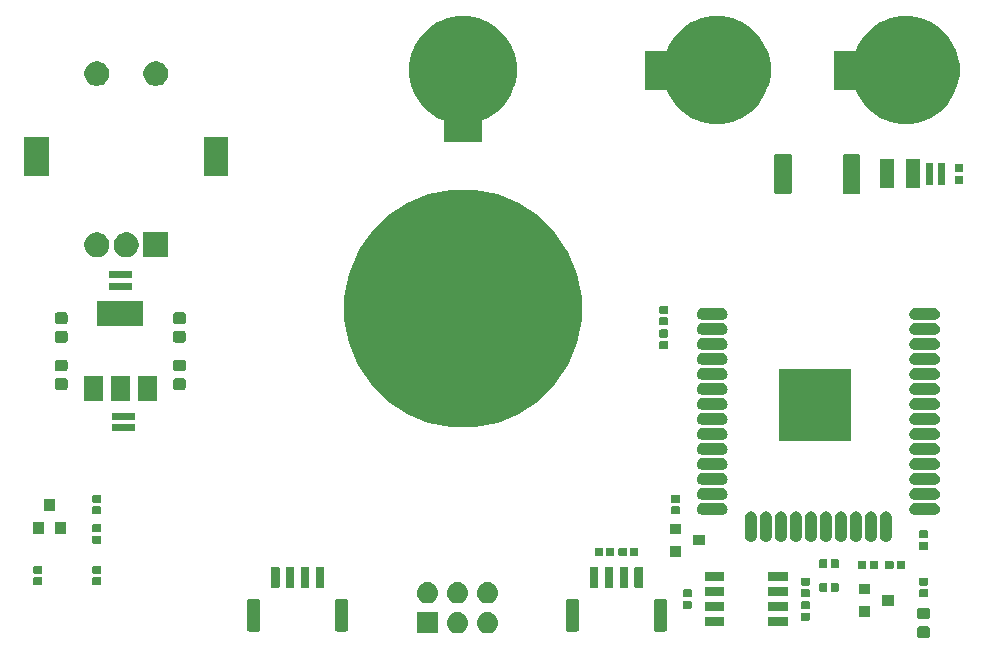
<source format=gbr>
G04 #@! TF.GenerationSoftware,KiCad,Pcbnew,5.1.2+dfsg1-1*
G04 #@! TF.CreationDate,2019-07-24T11:20:43+08:00*
G04 #@! TF.ProjectId,Power_Source,506f7765-725f-4536-9f75-7263652e6b69,rev?*
G04 #@! TF.SameCoordinates,Original*
G04 #@! TF.FileFunction,Soldermask,Top*
G04 #@! TF.FilePolarity,Negative*
%FSLAX46Y46*%
G04 Gerber Fmt 4.6, Leading zero omitted, Abs format (unit mm)*
G04 Created by KiCad (PCBNEW 5.1.2+dfsg1-1) date 2019-07-24 11:20:43*
%MOMM*%
%LPD*%
G04 APERTURE LIST*
%ADD10C,0.100000*%
G04 APERTURE END LIST*
D10*
G36*
X148079800Y-79876400D02*
G01*
X148079800Y-81705200D01*
X151254800Y-81705200D01*
X151254800Y-79876400D01*
X150924600Y-79876400D01*
X148079800Y-79876400D01*
G37*
X148079800Y-79876400D02*
X148079800Y-81705200D01*
X151254800Y-81705200D01*
X151254800Y-79876400D01*
X150924600Y-79876400D01*
X148079800Y-79876400D01*
G36*
X182963600Y-74059800D02*
G01*
X181134800Y-74059800D01*
X181134800Y-77234800D01*
X182963600Y-77234800D01*
X182963600Y-76904600D01*
X182963600Y-74059800D01*
G37*
X182963600Y-74059800D02*
X181134800Y-74059800D01*
X181134800Y-77234800D01*
X182963600Y-77234800D01*
X182963600Y-76904600D01*
X182963600Y-74059800D01*
G36*
X166963600Y-74059800D02*
G01*
X165134800Y-74059800D01*
X165134800Y-77234800D01*
X166963600Y-77234800D01*
X166963600Y-76904600D01*
X166963600Y-74059800D01*
G37*
X166963600Y-74059800D02*
X165134800Y-74059800D01*
X165134800Y-77234800D01*
X166963600Y-77234800D01*
X166963600Y-76904600D01*
X166963600Y-74059800D01*
G36*
X189059591Y-122763085D02*
G01*
X189093569Y-122773393D01*
X189124890Y-122790134D01*
X189152339Y-122812661D01*
X189174866Y-122840110D01*
X189191607Y-122871431D01*
X189201915Y-122905409D01*
X189206000Y-122946890D01*
X189206000Y-123548110D01*
X189201915Y-123589591D01*
X189191607Y-123623569D01*
X189174866Y-123654890D01*
X189152339Y-123682339D01*
X189124890Y-123704866D01*
X189093569Y-123721607D01*
X189059591Y-123731915D01*
X189018110Y-123736000D01*
X188341890Y-123736000D01*
X188300409Y-123731915D01*
X188266431Y-123721607D01*
X188235110Y-123704866D01*
X188207661Y-123682339D01*
X188185134Y-123654890D01*
X188168393Y-123623569D01*
X188158085Y-123589591D01*
X188154000Y-123548110D01*
X188154000Y-122946890D01*
X188158085Y-122905409D01*
X188168393Y-122871431D01*
X188185134Y-122840110D01*
X188207661Y-122812661D01*
X188235110Y-122790134D01*
X188266431Y-122773393D01*
X188300409Y-122763085D01*
X188341890Y-122759000D01*
X189018110Y-122759000D01*
X189059591Y-122763085D01*
X189059591Y-122763085D01*
G37*
G36*
X151870442Y-121565518D02*
G01*
X151936627Y-121572037D01*
X152106466Y-121623557D01*
X152106468Y-121623558D01*
X152184729Y-121665390D01*
X152262991Y-121707222D01*
X152273248Y-121715640D01*
X152400186Y-121819814D01*
X152479738Y-121916750D01*
X152512778Y-121957009D01*
X152596443Y-122113534D01*
X152647963Y-122283373D01*
X152665359Y-122460000D01*
X152647963Y-122636627D01*
X152596443Y-122806466D01*
X152512778Y-122962991D01*
X152491230Y-122989247D01*
X152400186Y-123100186D01*
X152298729Y-123183448D01*
X152262991Y-123212778D01*
X152106466Y-123296443D01*
X151936627Y-123347963D01*
X151870443Y-123354481D01*
X151804260Y-123361000D01*
X151715740Y-123361000D01*
X151649557Y-123354481D01*
X151583373Y-123347963D01*
X151413534Y-123296443D01*
X151257009Y-123212778D01*
X151221271Y-123183448D01*
X151119814Y-123100186D01*
X151028770Y-122989247D01*
X151007222Y-122962991D01*
X150923557Y-122806466D01*
X150872037Y-122636627D01*
X150854641Y-122460000D01*
X150872037Y-122283373D01*
X150923557Y-122113534D01*
X151007222Y-121957009D01*
X151040262Y-121916750D01*
X151119814Y-121819814D01*
X151246752Y-121715640D01*
X151257009Y-121707222D01*
X151335271Y-121665390D01*
X151413532Y-121623558D01*
X151413534Y-121623557D01*
X151583373Y-121572037D01*
X151649558Y-121565518D01*
X151715740Y-121559000D01*
X151804260Y-121559000D01*
X151870442Y-121565518D01*
X151870442Y-121565518D01*
G37*
G36*
X147581000Y-123361000D02*
G01*
X145779000Y-123361000D01*
X145779000Y-121559000D01*
X147581000Y-121559000D01*
X147581000Y-123361000D01*
X147581000Y-123361000D01*
G37*
G36*
X149330442Y-121565518D02*
G01*
X149396627Y-121572037D01*
X149566466Y-121623557D01*
X149566468Y-121623558D01*
X149644729Y-121665390D01*
X149722991Y-121707222D01*
X149733248Y-121715640D01*
X149860186Y-121819814D01*
X149939738Y-121916750D01*
X149972778Y-121957009D01*
X150056443Y-122113534D01*
X150107963Y-122283373D01*
X150125359Y-122460000D01*
X150107963Y-122636627D01*
X150056443Y-122806466D01*
X149972778Y-122962991D01*
X149951230Y-122989247D01*
X149860186Y-123100186D01*
X149758729Y-123183448D01*
X149722991Y-123212778D01*
X149566466Y-123296443D01*
X149396627Y-123347963D01*
X149330443Y-123354481D01*
X149264260Y-123361000D01*
X149175740Y-123361000D01*
X149109557Y-123354481D01*
X149043373Y-123347963D01*
X148873534Y-123296443D01*
X148717009Y-123212778D01*
X148681271Y-123183448D01*
X148579814Y-123100186D01*
X148488770Y-122989247D01*
X148467222Y-122962991D01*
X148383557Y-122806466D01*
X148332037Y-122636627D01*
X148314641Y-122460000D01*
X148332037Y-122283373D01*
X148383557Y-122113534D01*
X148467222Y-121957009D01*
X148500262Y-121916750D01*
X148579814Y-121819814D01*
X148706752Y-121715640D01*
X148717009Y-121707222D01*
X148795271Y-121665390D01*
X148873532Y-121623558D01*
X148873534Y-121623557D01*
X149043373Y-121572037D01*
X149109558Y-121565518D01*
X149175740Y-121559000D01*
X149264260Y-121559000D01*
X149330442Y-121565518D01*
X149330442Y-121565518D01*
G37*
G36*
X132334434Y-120413686D02*
G01*
X132374284Y-120425774D01*
X132410999Y-120445399D01*
X132443186Y-120471814D01*
X132469601Y-120504001D01*
X132489226Y-120540716D01*
X132501314Y-120580566D01*
X132506000Y-120628141D01*
X132506000Y-122991859D01*
X132501314Y-123039434D01*
X132489226Y-123079284D01*
X132469601Y-123115999D01*
X132443186Y-123148186D01*
X132410999Y-123174601D01*
X132374284Y-123194226D01*
X132334434Y-123206314D01*
X132286859Y-123211000D01*
X131623141Y-123211000D01*
X131575566Y-123206314D01*
X131535716Y-123194226D01*
X131499001Y-123174601D01*
X131466814Y-123148186D01*
X131440399Y-123115999D01*
X131420774Y-123079284D01*
X131408686Y-123039434D01*
X131404000Y-122991859D01*
X131404000Y-120628141D01*
X131408686Y-120580566D01*
X131420774Y-120540716D01*
X131440399Y-120504001D01*
X131466814Y-120471814D01*
X131499001Y-120445399D01*
X131535716Y-120425774D01*
X131575566Y-120413686D01*
X131623141Y-120409000D01*
X132286859Y-120409000D01*
X132334434Y-120413686D01*
X132334434Y-120413686D01*
G37*
G36*
X139784434Y-120413686D02*
G01*
X139824284Y-120425774D01*
X139860999Y-120445399D01*
X139893186Y-120471814D01*
X139919601Y-120504001D01*
X139939226Y-120540716D01*
X139951314Y-120580566D01*
X139956000Y-120628141D01*
X139956000Y-122991859D01*
X139951314Y-123039434D01*
X139939226Y-123079284D01*
X139919601Y-123115999D01*
X139893186Y-123148186D01*
X139860999Y-123174601D01*
X139824284Y-123194226D01*
X139784434Y-123206314D01*
X139736859Y-123211000D01*
X139073141Y-123211000D01*
X139025566Y-123206314D01*
X138985716Y-123194226D01*
X138949001Y-123174601D01*
X138916814Y-123148186D01*
X138890399Y-123115999D01*
X138870774Y-123079284D01*
X138858686Y-123039434D01*
X138854000Y-122991859D01*
X138854000Y-120628141D01*
X138858686Y-120580566D01*
X138870774Y-120540716D01*
X138890399Y-120504001D01*
X138916814Y-120471814D01*
X138949001Y-120445399D01*
X138985716Y-120425774D01*
X139025566Y-120413686D01*
X139073141Y-120409000D01*
X139736859Y-120409000D01*
X139784434Y-120413686D01*
X139784434Y-120413686D01*
G37*
G36*
X159334434Y-120413686D02*
G01*
X159374284Y-120425774D01*
X159410999Y-120445399D01*
X159443186Y-120471814D01*
X159469601Y-120504001D01*
X159489226Y-120540716D01*
X159501314Y-120580566D01*
X159506000Y-120628141D01*
X159506000Y-122991859D01*
X159501314Y-123039434D01*
X159489226Y-123079284D01*
X159469601Y-123115999D01*
X159443186Y-123148186D01*
X159410999Y-123174601D01*
X159374284Y-123194226D01*
X159334434Y-123206314D01*
X159286859Y-123211000D01*
X158623141Y-123211000D01*
X158575566Y-123206314D01*
X158535716Y-123194226D01*
X158499001Y-123174601D01*
X158466814Y-123148186D01*
X158440399Y-123115999D01*
X158420774Y-123079284D01*
X158408686Y-123039434D01*
X158404000Y-122991859D01*
X158404000Y-120628141D01*
X158408686Y-120580566D01*
X158420774Y-120540716D01*
X158440399Y-120504001D01*
X158466814Y-120471814D01*
X158499001Y-120445399D01*
X158535716Y-120425774D01*
X158575566Y-120413686D01*
X158623141Y-120409000D01*
X159286859Y-120409000D01*
X159334434Y-120413686D01*
X159334434Y-120413686D01*
G37*
G36*
X166784434Y-120413686D02*
G01*
X166824284Y-120425774D01*
X166860999Y-120445399D01*
X166893186Y-120471814D01*
X166919601Y-120504001D01*
X166939226Y-120540716D01*
X166951314Y-120580566D01*
X166956000Y-120628141D01*
X166956000Y-122991859D01*
X166951314Y-123039434D01*
X166939226Y-123079284D01*
X166919601Y-123115999D01*
X166893186Y-123148186D01*
X166860999Y-123174601D01*
X166824284Y-123194226D01*
X166784434Y-123206314D01*
X166736859Y-123211000D01*
X166073141Y-123211000D01*
X166025566Y-123206314D01*
X165985716Y-123194226D01*
X165949001Y-123174601D01*
X165916814Y-123148186D01*
X165890399Y-123115999D01*
X165870774Y-123079284D01*
X165858686Y-123039434D01*
X165854000Y-122991859D01*
X165854000Y-120628141D01*
X165858686Y-120580566D01*
X165870774Y-120540716D01*
X165890399Y-120504001D01*
X165916814Y-120471814D01*
X165949001Y-120445399D01*
X165985716Y-120425774D01*
X166025566Y-120413686D01*
X166073141Y-120409000D01*
X166736859Y-120409000D01*
X166784434Y-120413686D01*
X166784434Y-120413686D01*
G37*
G36*
X171806000Y-122716000D02*
G01*
X170154000Y-122716000D01*
X170154000Y-122014000D01*
X171806000Y-122014000D01*
X171806000Y-122716000D01*
X171806000Y-122716000D01*
G37*
G36*
X177206000Y-122716000D02*
G01*
X175554000Y-122716000D01*
X175554000Y-122014000D01*
X177206000Y-122014000D01*
X177206000Y-122716000D01*
X177206000Y-122716000D01*
G37*
G36*
X178961938Y-121601716D02*
G01*
X178982557Y-121607971D01*
X179001553Y-121618124D01*
X179018208Y-121631792D01*
X179031876Y-121648447D01*
X179042029Y-121667443D01*
X179048284Y-121688062D01*
X179051000Y-121715640D01*
X179051000Y-122174360D01*
X179048284Y-122201938D01*
X179042029Y-122222557D01*
X179031876Y-122241553D01*
X179018208Y-122258208D01*
X179001553Y-122271876D01*
X178982557Y-122282029D01*
X178961938Y-122288284D01*
X178934360Y-122291000D01*
X178425640Y-122291000D01*
X178398062Y-122288284D01*
X178377443Y-122282029D01*
X178358447Y-122271876D01*
X178341792Y-122258208D01*
X178328124Y-122241553D01*
X178317971Y-122222557D01*
X178311716Y-122201938D01*
X178309000Y-122174360D01*
X178309000Y-121715640D01*
X178311716Y-121688062D01*
X178317971Y-121667443D01*
X178328124Y-121648447D01*
X178341792Y-121631792D01*
X178358447Y-121618124D01*
X178377443Y-121607971D01*
X178398062Y-121601716D01*
X178425640Y-121599000D01*
X178934360Y-121599000D01*
X178961938Y-121601716D01*
X178961938Y-121601716D01*
G37*
G36*
X189059591Y-121188085D02*
G01*
X189093569Y-121198393D01*
X189124890Y-121215134D01*
X189152339Y-121237661D01*
X189174866Y-121265110D01*
X189191607Y-121296431D01*
X189201915Y-121330409D01*
X189206000Y-121371890D01*
X189206000Y-121973110D01*
X189201915Y-122014591D01*
X189191607Y-122048569D01*
X189174866Y-122079890D01*
X189152339Y-122107339D01*
X189124890Y-122129866D01*
X189093569Y-122146607D01*
X189059591Y-122156915D01*
X189018110Y-122161000D01*
X188341890Y-122161000D01*
X188300409Y-122156915D01*
X188266431Y-122146607D01*
X188235110Y-122129866D01*
X188207661Y-122107339D01*
X188185134Y-122079890D01*
X188168393Y-122048569D01*
X188158085Y-122014591D01*
X188154000Y-121973110D01*
X188154000Y-121371890D01*
X188158085Y-121330409D01*
X188168393Y-121296431D01*
X188185134Y-121265110D01*
X188207661Y-121237661D01*
X188235110Y-121215134D01*
X188266431Y-121198393D01*
X188300409Y-121188085D01*
X188341890Y-121184000D01*
X189018110Y-121184000D01*
X189059591Y-121188085D01*
X189059591Y-121188085D01*
G37*
G36*
X184181000Y-121961000D02*
G01*
X183179000Y-121961000D01*
X183179000Y-121059000D01*
X184181000Y-121059000D01*
X184181000Y-121961000D01*
X184181000Y-121961000D01*
G37*
G36*
X177206000Y-121446000D02*
G01*
X175554000Y-121446000D01*
X175554000Y-120744000D01*
X177206000Y-120744000D01*
X177206000Y-121446000D01*
X177206000Y-121446000D01*
G37*
G36*
X171806000Y-121446000D02*
G01*
X170154000Y-121446000D01*
X170154000Y-120744000D01*
X171806000Y-120744000D01*
X171806000Y-121446000D01*
X171806000Y-121446000D01*
G37*
G36*
X178961938Y-120631716D02*
G01*
X178982557Y-120637971D01*
X179001553Y-120648124D01*
X179018208Y-120661792D01*
X179031876Y-120678447D01*
X179042029Y-120697443D01*
X179048284Y-120718062D01*
X179051000Y-120745640D01*
X179051000Y-121204360D01*
X179048284Y-121231938D01*
X179042029Y-121252557D01*
X179031876Y-121271553D01*
X179018208Y-121288208D01*
X179001553Y-121301876D01*
X178982557Y-121312029D01*
X178961938Y-121318284D01*
X178934360Y-121321000D01*
X178425640Y-121321000D01*
X178398062Y-121318284D01*
X178377443Y-121312029D01*
X178358447Y-121301876D01*
X178341792Y-121288208D01*
X178328124Y-121271553D01*
X178317971Y-121252557D01*
X178311716Y-121231938D01*
X178309000Y-121204360D01*
X178309000Y-120745640D01*
X178311716Y-120718062D01*
X178317971Y-120697443D01*
X178328124Y-120678447D01*
X178341792Y-120661792D01*
X178358447Y-120648124D01*
X178377443Y-120637971D01*
X178398062Y-120631716D01*
X178425640Y-120629000D01*
X178934360Y-120629000D01*
X178961938Y-120631716D01*
X178961938Y-120631716D01*
G37*
G36*
X168961938Y-120601716D02*
G01*
X168982557Y-120607971D01*
X169001553Y-120618124D01*
X169018208Y-120631792D01*
X169031876Y-120648447D01*
X169042029Y-120667443D01*
X169048284Y-120688062D01*
X169051000Y-120715640D01*
X169051000Y-121174360D01*
X169048284Y-121201938D01*
X169042029Y-121222557D01*
X169031876Y-121241553D01*
X169018208Y-121258208D01*
X169001553Y-121271876D01*
X168982557Y-121282029D01*
X168961938Y-121288284D01*
X168934360Y-121291000D01*
X168425640Y-121291000D01*
X168398062Y-121288284D01*
X168377443Y-121282029D01*
X168358447Y-121271876D01*
X168341792Y-121258208D01*
X168328124Y-121241553D01*
X168317971Y-121222557D01*
X168311716Y-121201938D01*
X168309000Y-121174360D01*
X168309000Y-120715640D01*
X168311716Y-120688062D01*
X168317971Y-120667443D01*
X168328124Y-120648447D01*
X168341792Y-120631792D01*
X168358447Y-120618124D01*
X168377443Y-120607971D01*
X168398062Y-120601716D01*
X168425640Y-120599000D01*
X168934360Y-120599000D01*
X168961938Y-120601716D01*
X168961938Y-120601716D01*
G37*
G36*
X186181000Y-121011000D02*
G01*
X185179000Y-121011000D01*
X185179000Y-120109000D01*
X186181000Y-120109000D01*
X186181000Y-121011000D01*
X186181000Y-121011000D01*
G37*
G36*
X149330442Y-119025518D02*
G01*
X149396627Y-119032037D01*
X149566466Y-119083557D01*
X149566468Y-119083558D01*
X149601286Y-119102169D01*
X149722991Y-119167222D01*
X149743683Y-119184204D01*
X149860186Y-119279814D01*
X149943448Y-119381271D01*
X149972778Y-119417009D01*
X150056443Y-119573534D01*
X150107963Y-119743373D01*
X150125359Y-119920000D01*
X150107963Y-120096627D01*
X150064000Y-120241553D01*
X150056442Y-120266468D01*
X150027294Y-120321000D01*
X149972778Y-120422991D01*
X149954388Y-120445399D01*
X149860186Y-120560186D01*
X149772284Y-120632324D01*
X149722991Y-120672778D01*
X149566466Y-120756443D01*
X149396627Y-120807963D01*
X149330442Y-120814482D01*
X149264260Y-120821000D01*
X149175740Y-120821000D01*
X149109558Y-120814482D01*
X149043373Y-120807963D01*
X148873534Y-120756443D01*
X148717009Y-120672778D01*
X148667716Y-120632324D01*
X148579814Y-120560186D01*
X148485612Y-120445399D01*
X148467222Y-120422991D01*
X148412706Y-120321000D01*
X148383558Y-120266468D01*
X148376000Y-120241553D01*
X148332037Y-120096627D01*
X148314641Y-119920000D01*
X148332037Y-119743373D01*
X148383557Y-119573534D01*
X148467222Y-119417009D01*
X148496552Y-119381271D01*
X148579814Y-119279814D01*
X148696317Y-119184204D01*
X148717009Y-119167222D01*
X148838714Y-119102169D01*
X148873532Y-119083558D01*
X148873534Y-119083557D01*
X149043373Y-119032037D01*
X149109558Y-119025518D01*
X149175740Y-119019000D01*
X149264260Y-119019000D01*
X149330442Y-119025518D01*
X149330442Y-119025518D01*
G37*
G36*
X146790442Y-119025518D02*
G01*
X146856627Y-119032037D01*
X147026466Y-119083557D01*
X147026468Y-119083558D01*
X147061286Y-119102169D01*
X147182991Y-119167222D01*
X147203683Y-119184204D01*
X147320186Y-119279814D01*
X147403448Y-119381271D01*
X147432778Y-119417009D01*
X147516443Y-119573534D01*
X147567963Y-119743373D01*
X147585359Y-119920000D01*
X147567963Y-120096627D01*
X147524000Y-120241553D01*
X147516442Y-120266468D01*
X147487294Y-120321000D01*
X147432778Y-120422991D01*
X147414388Y-120445399D01*
X147320186Y-120560186D01*
X147232284Y-120632324D01*
X147182991Y-120672778D01*
X147026466Y-120756443D01*
X146856627Y-120807963D01*
X146790442Y-120814482D01*
X146724260Y-120821000D01*
X146635740Y-120821000D01*
X146569558Y-120814482D01*
X146503373Y-120807963D01*
X146333534Y-120756443D01*
X146177009Y-120672778D01*
X146127716Y-120632324D01*
X146039814Y-120560186D01*
X145945612Y-120445399D01*
X145927222Y-120422991D01*
X145872706Y-120321000D01*
X145843558Y-120266468D01*
X145836000Y-120241553D01*
X145792037Y-120096627D01*
X145774641Y-119920000D01*
X145792037Y-119743373D01*
X145843557Y-119573534D01*
X145927222Y-119417009D01*
X145956552Y-119381271D01*
X146039814Y-119279814D01*
X146156317Y-119184204D01*
X146177009Y-119167222D01*
X146298714Y-119102169D01*
X146333532Y-119083558D01*
X146333534Y-119083557D01*
X146503373Y-119032037D01*
X146569558Y-119025518D01*
X146635740Y-119019000D01*
X146724260Y-119019000D01*
X146790442Y-119025518D01*
X146790442Y-119025518D01*
G37*
G36*
X151870442Y-119025518D02*
G01*
X151936627Y-119032037D01*
X152106466Y-119083557D01*
X152106468Y-119083558D01*
X152141286Y-119102169D01*
X152262991Y-119167222D01*
X152283683Y-119184204D01*
X152400186Y-119279814D01*
X152483448Y-119381271D01*
X152512778Y-119417009D01*
X152596443Y-119573534D01*
X152647963Y-119743373D01*
X152665359Y-119920000D01*
X152647963Y-120096627D01*
X152604000Y-120241553D01*
X152596442Y-120266468D01*
X152567294Y-120321000D01*
X152512778Y-120422991D01*
X152494388Y-120445399D01*
X152400186Y-120560186D01*
X152312284Y-120632324D01*
X152262991Y-120672778D01*
X152106466Y-120756443D01*
X151936627Y-120807963D01*
X151870442Y-120814482D01*
X151804260Y-120821000D01*
X151715740Y-120821000D01*
X151649558Y-120814482D01*
X151583373Y-120807963D01*
X151413534Y-120756443D01*
X151257009Y-120672778D01*
X151207716Y-120632324D01*
X151119814Y-120560186D01*
X151025612Y-120445399D01*
X151007222Y-120422991D01*
X150952706Y-120321000D01*
X150923558Y-120266468D01*
X150916000Y-120241553D01*
X150872037Y-120096627D01*
X150854641Y-119920000D01*
X150872037Y-119743373D01*
X150923557Y-119573534D01*
X151007222Y-119417009D01*
X151036552Y-119381271D01*
X151119814Y-119279814D01*
X151236317Y-119184204D01*
X151257009Y-119167222D01*
X151378714Y-119102169D01*
X151413532Y-119083558D01*
X151413534Y-119083557D01*
X151583373Y-119032037D01*
X151649558Y-119025518D01*
X151715740Y-119019000D01*
X151804260Y-119019000D01*
X151870442Y-119025518D01*
X151870442Y-119025518D01*
G37*
G36*
X168961938Y-119631716D02*
G01*
X168982557Y-119637971D01*
X169001553Y-119648124D01*
X169018208Y-119661792D01*
X169031876Y-119678447D01*
X169042029Y-119697443D01*
X169048284Y-119718062D01*
X169051000Y-119745640D01*
X169051000Y-120204360D01*
X169048284Y-120231938D01*
X169042029Y-120252557D01*
X169031876Y-120271553D01*
X169018208Y-120288208D01*
X169001553Y-120301876D01*
X168982557Y-120312029D01*
X168961938Y-120318284D01*
X168934360Y-120321000D01*
X168425640Y-120321000D01*
X168398062Y-120318284D01*
X168377443Y-120312029D01*
X168358447Y-120301876D01*
X168341792Y-120288208D01*
X168328124Y-120271553D01*
X168317971Y-120252557D01*
X168311716Y-120231938D01*
X168309000Y-120204360D01*
X168309000Y-119745640D01*
X168311716Y-119718062D01*
X168317971Y-119697443D01*
X168328124Y-119678447D01*
X168341792Y-119661792D01*
X168358447Y-119648124D01*
X168377443Y-119637971D01*
X168398062Y-119631716D01*
X168425640Y-119629000D01*
X168934360Y-119629000D01*
X168961938Y-119631716D01*
X168961938Y-119631716D01*
G37*
G36*
X178961938Y-119601716D02*
G01*
X178982557Y-119607971D01*
X179001553Y-119618124D01*
X179018208Y-119631792D01*
X179031876Y-119648447D01*
X179042029Y-119667443D01*
X179048284Y-119688062D01*
X179051000Y-119715640D01*
X179051000Y-120174360D01*
X179048284Y-120201938D01*
X179042029Y-120222557D01*
X179031876Y-120241553D01*
X179018208Y-120258208D01*
X179001553Y-120271876D01*
X178982557Y-120282029D01*
X178961938Y-120288284D01*
X178934360Y-120291000D01*
X178425640Y-120291000D01*
X178398062Y-120288284D01*
X178377443Y-120282029D01*
X178358447Y-120271876D01*
X178341792Y-120258208D01*
X178328124Y-120241553D01*
X178317971Y-120222557D01*
X178311716Y-120201938D01*
X178309000Y-120174360D01*
X178309000Y-119715640D01*
X178311716Y-119688062D01*
X178317971Y-119667443D01*
X178328124Y-119648447D01*
X178341792Y-119631792D01*
X178358447Y-119618124D01*
X178377443Y-119607971D01*
X178398062Y-119601716D01*
X178425640Y-119599000D01*
X178934360Y-119599000D01*
X178961938Y-119601716D01*
X178961938Y-119601716D01*
G37*
G36*
X188961938Y-119601716D02*
G01*
X188982557Y-119607971D01*
X189001553Y-119618124D01*
X189018208Y-119631792D01*
X189031876Y-119648447D01*
X189042029Y-119667443D01*
X189048284Y-119688062D01*
X189051000Y-119715640D01*
X189051000Y-120174360D01*
X189048284Y-120201938D01*
X189042029Y-120222557D01*
X189031876Y-120241553D01*
X189018208Y-120258208D01*
X189001553Y-120271876D01*
X188982557Y-120282029D01*
X188961938Y-120288284D01*
X188934360Y-120291000D01*
X188425640Y-120291000D01*
X188398062Y-120288284D01*
X188377443Y-120282029D01*
X188358447Y-120271876D01*
X188341792Y-120258208D01*
X188328124Y-120241553D01*
X188317971Y-120222557D01*
X188311716Y-120201938D01*
X188309000Y-120174360D01*
X188309000Y-119715640D01*
X188311716Y-119688062D01*
X188317971Y-119667443D01*
X188328124Y-119648447D01*
X188341792Y-119631792D01*
X188358447Y-119618124D01*
X188377443Y-119607971D01*
X188398062Y-119601716D01*
X188425640Y-119599000D01*
X188934360Y-119599000D01*
X188961938Y-119601716D01*
X188961938Y-119601716D01*
G37*
G36*
X171806000Y-120176000D02*
G01*
X170154000Y-120176000D01*
X170154000Y-119474000D01*
X171806000Y-119474000D01*
X171806000Y-120176000D01*
X171806000Y-120176000D01*
G37*
G36*
X177206000Y-120176000D02*
G01*
X175554000Y-120176000D01*
X175554000Y-119474000D01*
X177206000Y-119474000D01*
X177206000Y-120176000D01*
X177206000Y-120176000D01*
G37*
G36*
X184181000Y-120061000D02*
G01*
X183179000Y-120061000D01*
X183179000Y-119159000D01*
X184181000Y-119159000D01*
X184181000Y-120061000D01*
X184181000Y-120061000D01*
G37*
G36*
X180451938Y-119091716D02*
G01*
X180472557Y-119097971D01*
X180491553Y-119108124D01*
X180508208Y-119121792D01*
X180521876Y-119138447D01*
X180532029Y-119157443D01*
X180538284Y-119178062D01*
X180541000Y-119205640D01*
X180541000Y-119714360D01*
X180538284Y-119741938D01*
X180532029Y-119762557D01*
X180521876Y-119781553D01*
X180508208Y-119798208D01*
X180491553Y-119811876D01*
X180472557Y-119822029D01*
X180451938Y-119828284D01*
X180424360Y-119831000D01*
X179965640Y-119831000D01*
X179938062Y-119828284D01*
X179917443Y-119822029D01*
X179898447Y-119811876D01*
X179881792Y-119798208D01*
X179868124Y-119781553D01*
X179857971Y-119762557D01*
X179851716Y-119741938D01*
X179849000Y-119714360D01*
X179849000Y-119205640D01*
X179851716Y-119178062D01*
X179857971Y-119157443D01*
X179868124Y-119138447D01*
X179881792Y-119121792D01*
X179898447Y-119108124D01*
X179917443Y-119097971D01*
X179938062Y-119091716D01*
X179965640Y-119089000D01*
X180424360Y-119089000D01*
X180451938Y-119091716D01*
X180451938Y-119091716D01*
G37*
G36*
X181421938Y-119091716D02*
G01*
X181442557Y-119097971D01*
X181461553Y-119108124D01*
X181478208Y-119121792D01*
X181491876Y-119138447D01*
X181502029Y-119157443D01*
X181508284Y-119178062D01*
X181511000Y-119205640D01*
X181511000Y-119714360D01*
X181508284Y-119741938D01*
X181502029Y-119762557D01*
X181491876Y-119781553D01*
X181478208Y-119798208D01*
X181461553Y-119811876D01*
X181442557Y-119822029D01*
X181421938Y-119828284D01*
X181394360Y-119831000D01*
X180935640Y-119831000D01*
X180908062Y-119828284D01*
X180887443Y-119822029D01*
X180868447Y-119811876D01*
X180851792Y-119798208D01*
X180838124Y-119781553D01*
X180827971Y-119762557D01*
X180821716Y-119741938D01*
X180819000Y-119714360D01*
X180819000Y-119205640D01*
X180821716Y-119178062D01*
X180827971Y-119157443D01*
X180838124Y-119138447D01*
X180851792Y-119121792D01*
X180868447Y-119108124D01*
X180887443Y-119097971D01*
X180908062Y-119091716D01*
X180935640Y-119089000D01*
X181394360Y-119089000D01*
X181421938Y-119091716D01*
X181421938Y-119091716D01*
G37*
G36*
X164814928Y-117711764D02*
G01*
X164836009Y-117718160D01*
X164855445Y-117728548D01*
X164872476Y-117742524D01*
X164886452Y-117759555D01*
X164896840Y-117778991D01*
X164903236Y-117800072D01*
X164906000Y-117828140D01*
X164906000Y-119391860D01*
X164903236Y-119419928D01*
X164896840Y-119441009D01*
X164886452Y-119460445D01*
X164872476Y-119477476D01*
X164855445Y-119491452D01*
X164836009Y-119501840D01*
X164814928Y-119508236D01*
X164786860Y-119511000D01*
X164323140Y-119511000D01*
X164295072Y-119508236D01*
X164273991Y-119501840D01*
X164254555Y-119491452D01*
X164237524Y-119477476D01*
X164223548Y-119460445D01*
X164213160Y-119441009D01*
X164206764Y-119419928D01*
X164204000Y-119391860D01*
X164204000Y-117828140D01*
X164206764Y-117800072D01*
X164213160Y-117778991D01*
X164223548Y-117759555D01*
X164237524Y-117742524D01*
X164254555Y-117728548D01*
X164273991Y-117718160D01*
X164295072Y-117711764D01*
X164323140Y-117709000D01*
X164786860Y-117709000D01*
X164814928Y-117711764D01*
X164814928Y-117711764D01*
G37*
G36*
X137814928Y-117711764D02*
G01*
X137836009Y-117718160D01*
X137855445Y-117728548D01*
X137872476Y-117742524D01*
X137886452Y-117759555D01*
X137896840Y-117778991D01*
X137903236Y-117800072D01*
X137906000Y-117828140D01*
X137906000Y-119391860D01*
X137903236Y-119419928D01*
X137896840Y-119441009D01*
X137886452Y-119460445D01*
X137872476Y-119477476D01*
X137855445Y-119491452D01*
X137836009Y-119501840D01*
X137814928Y-119508236D01*
X137786860Y-119511000D01*
X137323140Y-119511000D01*
X137295072Y-119508236D01*
X137273991Y-119501840D01*
X137254555Y-119491452D01*
X137237524Y-119477476D01*
X137223548Y-119460445D01*
X137213160Y-119441009D01*
X137206764Y-119419928D01*
X137204000Y-119391860D01*
X137204000Y-117828140D01*
X137206764Y-117800072D01*
X137213160Y-117778991D01*
X137223548Y-117759555D01*
X137237524Y-117742524D01*
X137254555Y-117728548D01*
X137273991Y-117718160D01*
X137295072Y-117711764D01*
X137323140Y-117709000D01*
X137786860Y-117709000D01*
X137814928Y-117711764D01*
X137814928Y-117711764D01*
G37*
G36*
X136564928Y-117711764D02*
G01*
X136586009Y-117718160D01*
X136605445Y-117728548D01*
X136622476Y-117742524D01*
X136636452Y-117759555D01*
X136646840Y-117778991D01*
X136653236Y-117800072D01*
X136656000Y-117828140D01*
X136656000Y-119391860D01*
X136653236Y-119419928D01*
X136646840Y-119441009D01*
X136636452Y-119460445D01*
X136622476Y-119477476D01*
X136605445Y-119491452D01*
X136586009Y-119501840D01*
X136564928Y-119508236D01*
X136536860Y-119511000D01*
X136073140Y-119511000D01*
X136045072Y-119508236D01*
X136023991Y-119501840D01*
X136004555Y-119491452D01*
X135987524Y-119477476D01*
X135973548Y-119460445D01*
X135963160Y-119441009D01*
X135956764Y-119419928D01*
X135954000Y-119391860D01*
X135954000Y-117828140D01*
X135956764Y-117800072D01*
X135963160Y-117778991D01*
X135973548Y-117759555D01*
X135987524Y-117742524D01*
X136004555Y-117728548D01*
X136023991Y-117718160D01*
X136045072Y-117711764D01*
X136073140Y-117709000D01*
X136536860Y-117709000D01*
X136564928Y-117711764D01*
X136564928Y-117711764D01*
G37*
G36*
X135314928Y-117711764D02*
G01*
X135336009Y-117718160D01*
X135355445Y-117728548D01*
X135372476Y-117742524D01*
X135386452Y-117759555D01*
X135396840Y-117778991D01*
X135403236Y-117800072D01*
X135406000Y-117828140D01*
X135406000Y-119391860D01*
X135403236Y-119419928D01*
X135396840Y-119441009D01*
X135386452Y-119460445D01*
X135372476Y-119477476D01*
X135355445Y-119491452D01*
X135336009Y-119501840D01*
X135314928Y-119508236D01*
X135286860Y-119511000D01*
X134823140Y-119511000D01*
X134795072Y-119508236D01*
X134773991Y-119501840D01*
X134754555Y-119491452D01*
X134737524Y-119477476D01*
X134723548Y-119460445D01*
X134713160Y-119441009D01*
X134706764Y-119419928D01*
X134704000Y-119391860D01*
X134704000Y-117828140D01*
X134706764Y-117800072D01*
X134713160Y-117778991D01*
X134723548Y-117759555D01*
X134737524Y-117742524D01*
X134754555Y-117728548D01*
X134773991Y-117718160D01*
X134795072Y-117711764D01*
X134823140Y-117709000D01*
X135286860Y-117709000D01*
X135314928Y-117711764D01*
X135314928Y-117711764D01*
G37*
G36*
X134064928Y-117711764D02*
G01*
X134086009Y-117718160D01*
X134105445Y-117728548D01*
X134122476Y-117742524D01*
X134136452Y-117759555D01*
X134146840Y-117778991D01*
X134153236Y-117800072D01*
X134156000Y-117828140D01*
X134156000Y-119391860D01*
X134153236Y-119419928D01*
X134146840Y-119441009D01*
X134136452Y-119460445D01*
X134122476Y-119477476D01*
X134105445Y-119491452D01*
X134086009Y-119501840D01*
X134064928Y-119508236D01*
X134036860Y-119511000D01*
X133573140Y-119511000D01*
X133545072Y-119508236D01*
X133523991Y-119501840D01*
X133504555Y-119491452D01*
X133487524Y-119477476D01*
X133473548Y-119460445D01*
X133463160Y-119441009D01*
X133456764Y-119419928D01*
X133454000Y-119391860D01*
X133454000Y-117828140D01*
X133456764Y-117800072D01*
X133463160Y-117778991D01*
X133473548Y-117759555D01*
X133487524Y-117742524D01*
X133504555Y-117728548D01*
X133523991Y-117718160D01*
X133545072Y-117711764D01*
X133573140Y-117709000D01*
X134036860Y-117709000D01*
X134064928Y-117711764D01*
X134064928Y-117711764D01*
G37*
G36*
X162314928Y-117711764D02*
G01*
X162336009Y-117718160D01*
X162355445Y-117728548D01*
X162372476Y-117742524D01*
X162386452Y-117759555D01*
X162396840Y-117778991D01*
X162403236Y-117800072D01*
X162406000Y-117828140D01*
X162406000Y-119391860D01*
X162403236Y-119419928D01*
X162396840Y-119441009D01*
X162386452Y-119460445D01*
X162372476Y-119477476D01*
X162355445Y-119491452D01*
X162336009Y-119501840D01*
X162314928Y-119508236D01*
X162286860Y-119511000D01*
X161823140Y-119511000D01*
X161795072Y-119508236D01*
X161773991Y-119501840D01*
X161754555Y-119491452D01*
X161737524Y-119477476D01*
X161723548Y-119460445D01*
X161713160Y-119441009D01*
X161706764Y-119419928D01*
X161704000Y-119391860D01*
X161704000Y-117828140D01*
X161706764Y-117800072D01*
X161713160Y-117778991D01*
X161723548Y-117759555D01*
X161737524Y-117742524D01*
X161754555Y-117728548D01*
X161773991Y-117718160D01*
X161795072Y-117711764D01*
X161823140Y-117709000D01*
X162286860Y-117709000D01*
X162314928Y-117711764D01*
X162314928Y-117711764D01*
G37*
G36*
X161064928Y-117711764D02*
G01*
X161086009Y-117718160D01*
X161105445Y-117728548D01*
X161122476Y-117742524D01*
X161136452Y-117759555D01*
X161146840Y-117778991D01*
X161153236Y-117800072D01*
X161156000Y-117828140D01*
X161156000Y-119391860D01*
X161153236Y-119419928D01*
X161146840Y-119441009D01*
X161136452Y-119460445D01*
X161122476Y-119477476D01*
X161105445Y-119491452D01*
X161086009Y-119501840D01*
X161064928Y-119508236D01*
X161036860Y-119511000D01*
X160573140Y-119511000D01*
X160545072Y-119508236D01*
X160523991Y-119501840D01*
X160504555Y-119491452D01*
X160487524Y-119477476D01*
X160473548Y-119460445D01*
X160463160Y-119441009D01*
X160456764Y-119419928D01*
X160454000Y-119391860D01*
X160454000Y-117828140D01*
X160456764Y-117800072D01*
X160463160Y-117778991D01*
X160473548Y-117759555D01*
X160487524Y-117742524D01*
X160504555Y-117728548D01*
X160523991Y-117718160D01*
X160545072Y-117711764D01*
X160573140Y-117709000D01*
X161036860Y-117709000D01*
X161064928Y-117711764D01*
X161064928Y-117711764D01*
G37*
G36*
X163564928Y-117711764D02*
G01*
X163586009Y-117718160D01*
X163605445Y-117728548D01*
X163622476Y-117742524D01*
X163636452Y-117759555D01*
X163646840Y-117778991D01*
X163653236Y-117800072D01*
X163656000Y-117828140D01*
X163656000Y-119391860D01*
X163653236Y-119419928D01*
X163646840Y-119441009D01*
X163636452Y-119460445D01*
X163622476Y-119477476D01*
X163605445Y-119491452D01*
X163586009Y-119501840D01*
X163564928Y-119508236D01*
X163536860Y-119511000D01*
X163073140Y-119511000D01*
X163045072Y-119508236D01*
X163023991Y-119501840D01*
X163004555Y-119491452D01*
X162987524Y-119477476D01*
X162973548Y-119460445D01*
X162963160Y-119441009D01*
X162956764Y-119419928D01*
X162954000Y-119391860D01*
X162954000Y-117828140D01*
X162956764Y-117800072D01*
X162963160Y-117778991D01*
X162973548Y-117759555D01*
X162987524Y-117742524D01*
X163004555Y-117728548D01*
X163023991Y-117718160D01*
X163045072Y-117711764D01*
X163073140Y-117709000D01*
X163536860Y-117709000D01*
X163564928Y-117711764D01*
X163564928Y-117711764D01*
G37*
G36*
X178961938Y-118631716D02*
G01*
X178982557Y-118637971D01*
X179001553Y-118648124D01*
X179018208Y-118661792D01*
X179031876Y-118678447D01*
X179042029Y-118697443D01*
X179048284Y-118718062D01*
X179051000Y-118745640D01*
X179051000Y-119204360D01*
X179048284Y-119231938D01*
X179042029Y-119252557D01*
X179031876Y-119271553D01*
X179018208Y-119288208D01*
X179001553Y-119301876D01*
X178982557Y-119312029D01*
X178961938Y-119318284D01*
X178934360Y-119321000D01*
X178425640Y-119321000D01*
X178398062Y-119318284D01*
X178377443Y-119312029D01*
X178358447Y-119301876D01*
X178341792Y-119288208D01*
X178328124Y-119271553D01*
X178317971Y-119252557D01*
X178311716Y-119231938D01*
X178309000Y-119204360D01*
X178309000Y-118745640D01*
X178311716Y-118718062D01*
X178317971Y-118697443D01*
X178328124Y-118678447D01*
X178341792Y-118661792D01*
X178358447Y-118648124D01*
X178377443Y-118637971D01*
X178398062Y-118631716D01*
X178425640Y-118629000D01*
X178934360Y-118629000D01*
X178961938Y-118631716D01*
X178961938Y-118631716D01*
G37*
G36*
X188961938Y-118631716D02*
G01*
X188982557Y-118637971D01*
X189001553Y-118648124D01*
X189018208Y-118661792D01*
X189031876Y-118678447D01*
X189042029Y-118697443D01*
X189048284Y-118718062D01*
X189051000Y-118745640D01*
X189051000Y-119204360D01*
X189048284Y-119231938D01*
X189042029Y-119252557D01*
X189031876Y-119271553D01*
X189018208Y-119288208D01*
X189001553Y-119301876D01*
X188982557Y-119312029D01*
X188961938Y-119318284D01*
X188934360Y-119321000D01*
X188425640Y-119321000D01*
X188398062Y-119318284D01*
X188377443Y-119312029D01*
X188358447Y-119301876D01*
X188341792Y-119288208D01*
X188328124Y-119271553D01*
X188317971Y-119252557D01*
X188311716Y-119231938D01*
X188309000Y-119204360D01*
X188309000Y-118745640D01*
X188311716Y-118718062D01*
X188317971Y-118697443D01*
X188328124Y-118678447D01*
X188341792Y-118661792D01*
X188358447Y-118648124D01*
X188377443Y-118637971D01*
X188398062Y-118631716D01*
X188425640Y-118629000D01*
X188934360Y-118629000D01*
X188961938Y-118631716D01*
X188961938Y-118631716D01*
G37*
G36*
X118961938Y-118601716D02*
G01*
X118982557Y-118607971D01*
X119001553Y-118618124D01*
X119018208Y-118631792D01*
X119031876Y-118648447D01*
X119042029Y-118667443D01*
X119048284Y-118688062D01*
X119051000Y-118715640D01*
X119051000Y-119174360D01*
X119048284Y-119201938D01*
X119042029Y-119222557D01*
X119031876Y-119241553D01*
X119018208Y-119258208D01*
X119001553Y-119271876D01*
X118982557Y-119282029D01*
X118961938Y-119288284D01*
X118934360Y-119291000D01*
X118425640Y-119291000D01*
X118398062Y-119288284D01*
X118377443Y-119282029D01*
X118358447Y-119271876D01*
X118341792Y-119258208D01*
X118328124Y-119241553D01*
X118317971Y-119222557D01*
X118311716Y-119201938D01*
X118309000Y-119174360D01*
X118309000Y-118715640D01*
X118311716Y-118688062D01*
X118317971Y-118667443D01*
X118328124Y-118648447D01*
X118341792Y-118631792D01*
X118358447Y-118618124D01*
X118377443Y-118607971D01*
X118398062Y-118601716D01*
X118425640Y-118599000D01*
X118934360Y-118599000D01*
X118961938Y-118601716D01*
X118961938Y-118601716D01*
G37*
G36*
X113961938Y-118601716D02*
G01*
X113982557Y-118607971D01*
X114001553Y-118618124D01*
X114018208Y-118631792D01*
X114031876Y-118648447D01*
X114042029Y-118667443D01*
X114048284Y-118688062D01*
X114051000Y-118715640D01*
X114051000Y-119174360D01*
X114048284Y-119201938D01*
X114042029Y-119222557D01*
X114031876Y-119241553D01*
X114018208Y-119258208D01*
X114001553Y-119271876D01*
X113982557Y-119282029D01*
X113961938Y-119288284D01*
X113934360Y-119291000D01*
X113425640Y-119291000D01*
X113398062Y-119288284D01*
X113377443Y-119282029D01*
X113358447Y-119271876D01*
X113341792Y-119258208D01*
X113328124Y-119241553D01*
X113317971Y-119222557D01*
X113311716Y-119201938D01*
X113309000Y-119174360D01*
X113309000Y-118715640D01*
X113311716Y-118688062D01*
X113317971Y-118667443D01*
X113328124Y-118648447D01*
X113341792Y-118631792D01*
X113358447Y-118618124D01*
X113377443Y-118607971D01*
X113398062Y-118601716D01*
X113425640Y-118599000D01*
X113934360Y-118599000D01*
X113961938Y-118601716D01*
X113961938Y-118601716D01*
G37*
G36*
X177206000Y-118906000D02*
G01*
X175554000Y-118906000D01*
X175554000Y-118204000D01*
X177206000Y-118204000D01*
X177206000Y-118906000D01*
X177206000Y-118906000D01*
G37*
G36*
X171806000Y-118906000D02*
G01*
X170154000Y-118906000D01*
X170154000Y-118204000D01*
X171806000Y-118204000D01*
X171806000Y-118906000D01*
X171806000Y-118906000D01*
G37*
G36*
X118961938Y-117631716D02*
G01*
X118982557Y-117637971D01*
X119001553Y-117648124D01*
X119018208Y-117661792D01*
X119031876Y-117678447D01*
X119042029Y-117697443D01*
X119048284Y-117718062D01*
X119051000Y-117745640D01*
X119051000Y-118204360D01*
X119048284Y-118231938D01*
X119042029Y-118252557D01*
X119031876Y-118271553D01*
X119018208Y-118288208D01*
X119001553Y-118301876D01*
X118982557Y-118312029D01*
X118961938Y-118318284D01*
X118934360Y-118321000D01*
X118425640Y-118321000D01*
X118398062Y-118318284D01*
X118377443Y-118312029D01*
X118358447Y-118301876D01*
X118341792Y-118288208D01*
X118328124Y-118271553D01*
X118317971Y-118252557D01*
X118311716Y-118231938D01*
X118309000Y-118204360D01*
X118309000Y-117745640D01*
X118311716Y-117718062D01*
X118317971Y-117697443D01*
X118328124Y-117678447D01*
X118341792Y-117661792D01*
X118358447Y-117648124D01*
X118377443Y-117637971D01*
X118398062Y-117631716D01*
X118425640Y-117629000D01*
X118934360Y-117629000D01*
X118961938Y-117631716D01*
X118961938Y-117631716D01*
G37*
G36*
X113961938Y-117631716D02*
G01*
X113982557Y-117637971D01*
X114001553Y-117648124D01*
X114018208Y-117661792D01*
X114031876Y-117678447D01*
X114042029Y-117697443D01*
X114048284Y-117718062D01*
X114051000Y-117745640D01*
X114051000Y-118204360D01*
X114048284Y-118231938D01*
X114042029Y-118252557D01*
X114031876Y-118271553D01*
X114018208Y-118288208D01*
X114001553Y-118301876D01*
X113982557Y-118312029D01*
X113961938Y-118318284D01*
X113934360Y-118321000D01*
X113425640Y-118321000D01*
X113398062Y-118318284D01*
X113377443Y-118312029D01*
X113358447Y-118301876D01*
X113341792Y-118288208D01*
X113328124Y-118271553D01*
X113317971Y-118252557D01*
X113311716Y-118231938D01*
X113309000Y-118204360D01*
X113309000Y-117745640D01*
X113311716Y-117718062D01*
X113317971Y-117697443D01*
X113328124Y-117678447D01*
X113341792Y-117661792D01*
X113358447Y-117648124D01*
X113377443Y-117637971D01*
X113398062Y-117631716D01*
X113425640Y-117629000D01*
X113934360Y-117629000D01*
X113961938Y-117631716D01*
X113961938Y-117631716D01*
G37*
G36*
X186051938Y-117191716D02*
G01*
X186072557Y-117197971D01*
X186091553Y-117208124D01*
X186108208Y-117221792D01*
X186121876Y-117238447D01*
X186132029Y-117257443D01*
X186138284Y-117278062D01*
X186141000Y-117305640D01*
X186141000Y-117814360D01*
X186138284Y-117841938D01*
X186132029Y-117862557D01*
X186121876Y-117881553D01*
X186108208Y-117898208D01*
X186091553Y-117911876D01*
X186072557Y-117922029D01*
X186051938Y-117928284D01*
X186024360Y-117931000D01*
X185565640Y-117931000D01*
X185538062Y-117928284D01*
X185517443Y-117922029D01*
X185498447Y-117911876D01*
X185481792Y-117898208D01*
X185468124Y-117881553D01*
X185457971Y-117862557D01*
X185451716Y-117841938D01*
X185449000Y-117814360D01*
X185449000Y-117305640D01*
X185451716Y-117278062D01*
X185457971Y-117257443D01*
X185468124Y-117238447D01*
X185481792Y-117221792D01*
X185498447Y-117208124D01*
X185517443Y-117197971D01*
X185538062Y-117191716D01*
X185565640Y-117189000D01*
X186024360Y-117189000D01*
X186051938Y-117191716D01*
X186051938Y-117191716D01*
G37*
G36*
X187021938Y-117191716D02*
G01*
X187042557Y-117197971D01*
X187061553Y-117208124D01*
X187078208Y-117221792D01*
X187091876Y-117238447D01*
X187102029Y-117257443D01*
X187108284Y-117278062D01*
X187111000Y-117305640D01*
X187111000Y-117814360D01*
X187108284Y-117841938D01*
X187102029Y-117862557D01*
X187091876Y-117881553D01*
X187078208Y-117898208D01*
X187061553Y-117911876D01*
X187042557Y-117922029D01*
X187021938Y-117928284D01*
X186994360Y-117931000D01*
X186535640Y-117931000D01*
X186508062Y-117928284D01*
X186487443Y-117922029D01*
X186468447Y-117911876D01*
X186451792Y-117898208D01*
X186438124Y-117881553D01*
X186427971Y-117862557D01*
X186421716Y-117841938D01*
X186419000Y-117814360D01*
X186419000Y-117305640D01*
X186421716Y-117278062D01*
X186427971Y-117257443D01*
X186438124Y-117238447D01*
X186451792Y-117221792D01*
X186468447Y-117208124D01*
X186487443Y-117197971D01*
X186508062Y-117191716D01*
X186535640Y-117189000D01*
X186994360Y-117189000D01*
X187021938Y-117191716D01*
X187021938Y-117191716D01*
G37*
G36*
X184721938Y-117191716D02*
G01*
X184742557Y-117197971D01*
X184761553Y-117208124D01*
X184778208Y-117221792D01*
X184791876Y-117238447D01*
X184802029Y-117257443D01*
X184808284Y-117278062D01*
X184811000Y-117305640D01*
X184811000Y-117814360D01*
X184808284Y-117841938D01*
X184802029Y-117862557D01*
X184791876Y-117881553D01*
X184778208Y-117898208D01*
X184761553Y-117911876D01*
X184742557Y-117922029D01*
X184721938Y-117928284D01*
X184694360Y-117931000D01*
X184235640Y-117931000D01*
X184208062Y-117928284D01*
X184187443Y-117922029D01*
X184168447Y-117911876D01*
X184151792Y-117898208D01*
X184138124Y-117881553D01*
X184127971Y-117862557D01*
X184121716Y-117841938D01*
X184119000Y-117814360D01*
X184119000Y-117305640D01*
X184121716Y-117278062D01*
X184127971Y-117257443D01*
X184138124Y-117238447D01*
X184151792Y-117221792D01*
X184168447Y-117208124D01*
X184187443Y-117197971D01*
X184208062Y-117191716D01*
X184235640Y-117189000D01*
X184694360Y-117189000D01*
X184721938Y-117191716D01*
X184721938Y-117191716D01*
G37*
G36*
X183751938Y-117191716D02*
G01*
X183772557Y-117197971D01*
X183791553Y-117208124D01*
X183808208Y-117221792D01*
X183821876Y-117238447D01*
X183832029Y-117257443D01*
X183838284Y-117278062D01*
X183841000Y-117305640D01*
X183841000Y-117814360D01*
X183838284Y-117841938D01*
X183832029Y-117862557D01*
X183821876Y-117881553D01*
X183808208Y-117898208D01*
X183791553Y-117911876D01*
X183772557Y-117922029D01*
X183751938Y-117928284D01*
X183724360Y-117931000D01*
X183265640Y-117931000D01*
X183238062Y-117928284D01*
X183217443Y-117922029D01*
X183198447Y-117911876D01*
X183181792Y-117898208D01*
X183168124Y-117881553D01*
X183157971Y-117862557D01*
X183151716Y-117841938D01*
X183149000Y-117814360D01*
X183149000Y-117305640D01*
X183151716Y-117278062D01*
X183157971Y-117257443D01*
X183168124Y-117238447D01*
X183181792Y-117221792D01*
X183198447Y-117208124D01*
X183217443Y-117197971D01*
X183238062Y-117191716D01*
X183265640Y-117189000D01*
X183724360Y-117189000D01*
X183751938Y-117191716D01*
X183751938Y-117191716D01*
G37*
G36*
X181421938Y-117091716D02*
G01*
X181442557Y-117097971D01*
X181461553Y-117108124D01*
X181478208Y-117121792D01*
X181491876Y-117138447D01*
X181502029Y-117157443D01*
X181508284Y-117178062D01*
X181511000Y-117205640D01*
X181511000Y-117714360D01*
X181508284Y-117741938D01*
X181502029Y-117762557D01*
X181491876Y-117781553D01*
X181478208Y-117798208D01*
X181461553Y-117811876D01*
X181442557Y-117822029D01*
X181421938Y-117828284D01*
X181394360Y-117831000D01*
X180935640Y-117831000D01*
X180908062Y-117828284D01*
X180887443Y-117822029D01*
X180868447Y-117811876D01*
X180851792Y-117798208D01*
X180838124Y-117781553D01*
X180827971Y-117762557D01*
X180821716Y-117741938D01*
X180819000Y-117714360D01*
X180819000Y-117205640D01*
X180821716Y-117178062D01*
X180827971Y-117157443D01*
X180838124Y-117138447D01*
X180851792Y-117121792D01*
X180868447Y-117108124D01*
X180887443Y-117097971D01*
X180908062Y-117091716D01*
X180935640Y-117089000D01*
X181394360Y-117089000D01*
X181421938Y-117091716D01*
X181421938Y-117091716D01*
G37*
G36*
X180451938Y-117091716D02*
G01*
X180472557Y-117097971D01*
X180491553Y-117108124D01*
X180508208Y-117121792D01*
X180521876Y-117138447D01*
X180532029Y-117157443D01*
X180538284Y-117178062D01*
X180541000Y-117205640D01*
X180541000Y-117714360D01*
X180538284Y-117741938D01*
X180532029Y-117762557D01*
X180521876Y-117781553D01*
X180508208Y-117798208D01*
X180491553Y-117811876D01*
X180472557Y-117822029D01*
X180451938Y-117828284D01*
X180424360Y-117831000D01*
X179965640Y-117831000D01*
X179938062Y-117828284D01*
X179917443Y-117822029D01*
X179898447Y-117811876D01*
X179881792Y-117798208D01*
X179868124Y-117781553D01*
X179857971Y-117762557D01*
X179851716Y-117741938D01*
X179849000Y-117714360D01*
X179849000Y-117205640D01*
X179851716Y-117178062D01*
X179857971Y-117157443D01*
X179868124Y-117138447D01*
X179881792Y-117121792D01*
X179898447Y-117108124D01*
X179917443Y-117097971D01*
X179938062Y-117091716D01*
X179965640Y-117089000D01*
X180424360Y-117089000D01*
X180451938Y-117091716D01*
X180451938Y-117091716D01*
G37*
G36*
X168181000Y-116861000D02*
G01*
X167179000Y-116861000D01*
X167179000Y-115959000D01*
X168181000Y-115959000D01*
X168181000Y-116861000D01*
X168181000Y-116861000D01*
G37*
G36*
X164421938Y-116091716D02*
G01*
X164442557Y-116097971D01*
X164461553Y-116108124D01*
X164478208Y-116121792D01*
X164491876Y-116138447D01*
X164502029Y-116157443D01*
X164508284Y-116178062D01*
X164511000Y-116205640D01*
X164511000Y-116714360D01*
X164508284Y-116741938D01*
X164502029Y-116762557D01*
X164491876Y-116781553D01*
X164478208Y-116798208D01*
X164461553Y-116811876D01*
X164442557Y-116822029D01*
X164421938Y-116828284D01*
X164394360Y-116831000D01*
X163935640Y-116831000D01*
X163908062Y-116828284D01*
X163887443Y-116822029D01*
X163868447Y-116811876D01*
X163851792Y-116798208D01*
X163838124Y-116781553D01*
X163827971Y-116762557D01*
X163821716Y-116741938D01*
X163819000Y-116714360D01*
X163819000Y-116205640D01*
X163821716Y-116178062D01*
X163827971Y-116157443D01*
X163838124Y-116138447D01*
X163851792Y-116121792D01*
X163868447Y-116108124D01*
X163887443Y-116097971D01*
X163908062Y-116091716D01*
X163935640Y-116089000D01*
X164394360Y-116089000D01*
X164421938Y-116091716D01*
X164421938Y-116091716D01*
G37*
G36*
X163451938Y-116091716D02*
G01*
X163472557Y-116097971D01*
X163491553Y-116108124D01*
X163508208Y-116121792D01*
X163521876Y-116138447D01*
X163532029Y-116157443D01*
X163538284Y-116178062D01*
X163541000Y-116205640D01*
X163541000Y-116714360D01*
X163538284Y-116741938D01*
X163532029Y-116762557D01*
X163521876Y-116781553D01*
X163508208Y-116798208D01*
X163491553Y-116811876D01*
X163472557Y-116822029D01*
X163451938Y-116828284D01*
X163424360Y-116831000D01*
X162965640Y-116831000D01*
X162938062Y-116828284D01*
X162917443Y-116822029D01*
X162898447Y-116811876D01*
X162881792Y-116798208D01*
X162868124Y-116781553D01*
X162857971Y-116762557D01*
X162851716Y-116741938D01*
X162849000Y-116714360D01*
X162849000Y-116205640D01*
X162851716Y-116178062D01*
X162857971Y-116157443D01*
X162868124Y-116138447D01*
X162881792Y-116121792D01*
X162898447Y-116108124D01*
X162917443Y-116097971D01*
X162938062Y-116091716D01*
X162965640Y-116089000D01*
X163424360Y-116089000D01*
X163451938Y-116091716D01*
X163451938Y-116091716D01*
G37*
G36*
X162421938Y-116091716D02*
G01*
X162442557Y-116097971D01*
X162461553Y-116108124D01*
X162478208Y-116121792D01*
X162491876Y-116138447D01*
X162502029Y-116157443D01*
X162508284Y-116178062D01*
X162511000Y-116205640D01*
X162511000Y-116714360D01*
X162508284Y-116741938D01*
X162502029Y-116762557D01*
X162491876Y-116781553D01*
X162478208Y-116798208D01*
X162461553Y-116811876D01*
X162442557Y-116822029D01*
X162421938Y-116828284D01*
X162394360Y-116831000D01*
X161935640Y-116831000D01*
X161908062Y-116828284D01*
X161887443Y-116822029D01*
X161868447Y-116811876D01*
X161851792Y-116798208D01*
X161838124Y-116781553D01*
X161827971Y-116762557D01*
X161821716Y-116741938D01*
X161819000Y-116714360D01*
X161819000Y-116205640D01*
X161821716Y-116178062D01*
X161827971Y-116157443D01*
X161838124Y-116138447D01*
X161851792Y-116121792D01*
X161868447Y-116108124D01*
X161887443Y-116097971D01*
X161908062Y-116091716D01*
X161935640Y-116089000D01*
X162394360Y-116089000D01*
X162421938Y-116091716D01*
X162421938Y-116091716D01*
G37*
G36*
X161451938Y-116091716D02*
G01*
X161472557Y-116097971D01*
X161491553Y-116108124D01*
X161508208Y-116121792D01*
X161521876Y-116138447D01*
X161532029Y-116157443D01*
X161538284Y-116178062D01*
X161541000Y-116205640D01*
X161541000Y-116714360D01*
X161538284Y-116741938D01*
X161532029Y-116762557D01*
X161521876Y-116781553D01*
X161508208Y-116798208D01*
X161491553Y-116811876D01*
X161472557Y-116822029D01*
X161451938Y-116828284D01*
X161424360Y-116831000D01*
X160965640Y-116831000D01*
X160938062Y-116828284D01*
X160917443Y-116822029D01*
X160898447Y-116811876D01*
X160881792Y-116798208D01*
X160868124Y-116781553D01*
X160857971Y-116762557D01*
X160851716Y-116741938D01*
X160849000Y-116714360D01*
X160849000Y-116205640D01*
X160851716Y-116178062D01*
X160857971Y-116157443D01*
X160868124Y-116138447D01*
X160881792Y-116121792D01*
X160898447Y-116108124D01*
X160917443Y-116097971D01*
X160938062Y-116091716D01*
X160965640Y-116089000D01*
X161424360Y-116089000D01*
X161451938Y-116091716D01*
X161451938Y-116091716D01*
G37*
G36*
X188961938Y-115601716D02*
G01*
X188982557Y-115607971D01*
X189001553Y-115618124D01*
X189018208Y-115631792D01*
X189031876Y-115648447D01*
X189042029Y-115667443D01*
X189048284Y-115688062D01*
X189051000Y-115715640D01*
X189051000Y-116174360D01*
X189048284Y-116201938D01*
X189042029Y-116222557D01*
X189031876Y-116241553D01*
X189018208Y-116258208D01*
X189001553Y-116271876D01*
X188982557Y-116282029D01*
X188961938Y-116288284D01*
X188934360Y-116291000D01*
X188425640Y-116291000D01*
X188398062Y-116288284D01*
X188377443Y-116282029D01*
X188358447Y-116271876D01*
X188341792Y-116258208D01*
X188328124Y-116241553D01*
X188317971Y-116222557D01*
X188311716Y-116201938D01*
X188309000Y-116174360D01*
X188309000Y-115715640D01*
X188311716Y-115688062D01*
X188317971Y-115667443D01*
X188328124Y-115648447D01*
X188341792Y-115631792D01*
X188358447Y-115618124D01*
X188377443Y-115607971D01*
X188398062Y-115601716D01*
X188425640Y-115599000D01*
X188934360Y-115599000D01*
X188961938Y-115601716D01*
X188961938Y-115601716D01*
G37*
G36*
X170181000Y-115911000D02*
G01*
X169179000Y-115911000D01*
X169179000Y-115009000D01*
X170181000Y-115009000D01*
X170181000Y-115911000D01*
X170181000Y-115911000D01*
G37*
G36*
X118961938Y-115086716D02*
G01*
X118982557Y-115092971D01*
X119001553Y-115103124D01*
X119018208Y-115116792D01*
X119031876Y-115133447D01*
X119042029Y-115152443D01*
X119048284Y-115173062D01*
X119051000Y-115200640D01*
X119051000Y-115659360D01*
X119048284Y-115686938D01*
X119042029Y-115707557D01*
X119031876Y-115726553D01*
X119018208Y-115743208D01*
X119001553Y-115756876D01*
X118982557Y-115767029D01*
X118961938Y-115773284D01*
X118934360Y-115776000D01*
X118425640Y-115776000D01*
X118398062Y-115773284D01*
X118377443Y-115767029D01*
X118358447Y-115756876D01*
X118341792Y-115743208D01*
X118328124Y-115726553D01*
X118317971Y-115707557D01*
X118311716Y-115686938D01*
X118309000Y-115659360D01*
X118309000Y-115200640D01*
X118311716Y-115173062D01*
X118317971Y-115152443D01*
X118328124Y-115133447D01*
X118341792Y-115116792D01*
X118358447Y-115103124D01*
X118377443Y-115092971D01*
X118398062Y-115086716D01*
X118425640Y-115084000D01*
X118934360Y-115084000D01*
X118961938Y-115086716D01*
X118961938Y-115086716D01*
G37*
G36*
X180513213Y-113016249D02*
G01*
X180607652Y-113044897D01*
X180694687Y-113091418D01*
X180770975Y-113154025D01*
X180833582Y-113230313D01*
X180880103Y-113317348D01*
X180908751Y-113411787D01*
X180916000Y-113485388D01*
X180916000Y-115134612D01*
X180908751Y-115208213D01*
X180880103Y-115302652D01*
X180833582Y-115389687D01*
X180770975Y-115465975D01*
X180694687Y-115528582D01*
X180607651Y-115575103D01*
X180513212Y-115603751D01*
X180415000Y-115613424D01*
X180316787Y-115603751D01*
X180222348Y-115575103D01*
X180135313Y-115528582D01*
X180059025Y-115465975D01*
X179996418Y-115389687D01*
X179949897Y-115302651D01*
X179921249Y-115208212D01*
X179914000Y-115134611D01*
X179914001Y-113485388D01*
X179921250Y-113411787D01*
X179949898Y-113317348D01*
X179996419Y-113230313D01*
X180059026Y-113154025D01*
X180135314Y-113091418D01*
X180222349Y-113044897D01*
X180316788Y-113016249D01*
X180415000Y-113006576D01*
X180513213Y-113016249D01*
X180513213Y-113016249D01*
G37*
G36*
X185593213Y-113016249D02*
G01*
X185687652Y-113044897D01*
X185774687Y-113091418D01*
X185850975Y-113154025D01*
X185913582Y-113230313D01*
X185960103Y-113317348D01*
X185988751Y-113411787D01*
X185996000Y-113485388D01*
X185996000Y-115134612D01*
X185988751Y-115208213D01*
X185960103Y-115302652D01*
X185913582Y-115389687D01*
X185850975Y-115465975D01*
X185774687Y-115528582D01*
X185687651Y-115575103D01*
X185593212Y-115603751D01*
X185495000Y-115613424D01*
X185396787Y-115603751D01*
X185302348Y-115575103D01*
X185215313Y-115528582D01*
X185139025Y-115465975D01*
X185076418Y-115389687D01*
X185029897Y-115302651D01*
X185001249Y-115208212D01*
X184994000Y-115134611D01*
X184994001Y-113485388D01*
X185001250Y-113411787D01*
X185029898Y-113317348D01*
X185076419Y-113230313D01*
X185139026Y-113154025D01*
X185215314Y-113091418D01*
X185302349Y-113044897D01*
X185396788Y-113016249D01*
X185495000Y-113006576D01*
X185593213Y-113016249D01*
X185593213Y-113016249D01*
G37*
G36*
X183053213Y-113016249D02*
G01*
X183147652Y-113044897D01*
X183234687Y-113091418D01*
X183310975Y-113154025D01*
X183373582Y-113230313D01*
X183420103Y-113317348D01*
X183448751Y-113411787D01*
X183456000Y-113485388D01*
X183456000Y-115134612D01*
X183448751Y-115208213D01*
X183420103Y-115302652D01*
X183373582Y-115389687D01*
X183310975Y-115465975D01*
X183234687Y-115528582D01*
X183147651Y-115575103D01*
X183053212Y-115603751D01*
X182955000Y-115613424D01*
X182856787Y-115603751D01*
X182762348Y-115575103D01*
X182675313Y-115528582D01*
X182599025Y-115465975D01*
X182536418Y-115389687D01*
X182489897Y-115302651D01*
X182461249Y-115208212D01*
X182454000Y-115134611D01*
X182454001Y-113485388D01*
X182461250Y-113411787D01*
X182489898Y-113317348D01*
X182536419Y-113230313D01*
X182599026Y-113154025D01*
X182675314Y-113091418D01*
X182762349Y-113044897D01*
X182856788Y-113016249D01*
X182955000Y-113006576D01*
X183053213Y-113016249D01*
X183053213Y-113016249D01*
G37*
G36*
X181783213Y-113016249D02*
G01*
X181877652Y-113044897D01*
X181964687Y-113091418D01*
X182040975Y-113154025D01*
X182103582Y-113230313D01*
X182150103Y-113317348D01*
X182178751Y-113411787D01*
X182186000Y-113485388D01*
X182186000Y-115134612D01*
X182178751Y-115208213D01*
X182150103Y-115302652D01*
X182103582Y-115389687D01*
X182040975Y-115465975D01*
X181964687Y-115528582D01*
X181877651Y-115575103D01*
X181783212Y-115603751D01*
X181685000Y-115613424D01*
X181586787Y-115603751D01*
X181492348Y-115575103D01*
X181405313Y-115528582D01*
X181329025Y-115465975D01*
X181266418Y-115389687D01*
X181219897Y-115302651D01*
X181191249Y-115208212D01*
X181184000Y-115134611D01*
X181184001Y-113485388D01*
X181191250Y-113411787D01*
X181219898Y-113317348D01*
X181266419Y-113230313D01*
X181329026Y-113154025D01*
X181405314Y-113091418D01*
X181492349Y-113044897D01*
X181586788Y-113016249D01*
X181685000Y-113006576D01*
X181783213Y-113016249D01*
X181783213Y-113016249D01*
G37*
G36*
X179243213Y-113016249D02*
G01*
X179337652Y-113044897D01*
X179424687Y-113091418D01*
X179500975Y-113154025D01*
X179563582Y-113230313D01*
X179610103Y-113317348D01*
X179638751Y-113411787D01*
X179646000Y-113485388D01*
X179646000Y-115134612D01*
X179638751Y-115208213D01*
X179610103Y-115302652D01*
X179563582Y-115389687D01*
X179500975Y-115465975D01*
X179424687Y-115528582D01*
X179337651Y-115575103D01*
X179243212Y-115603751D01*
X179145000Y-115613424D01*
X179046787Y-115603751D01*
X178952348Y-115575103D01*
X178865313Y-115528582D01*
X178789025Y-115465975D01*
X178726418Y-115389687D01*
X178679897Y-115302651D01*
X178651249Y-115208212D01*
X178644000Y-115134611D01*
X178644001Y-113485388D01*
X178651250Y-113411787D01*
X178679898Y-113317348D01*
X178726419Y-113230313D01*
X178789026Y-113154025D01*
X178865314Y-113091418D01*
X178952349Y-113044897D01*
X179046788Y-113016249D01*
X179145000Y-113006576D01*
X179243213Y-113016249D01*
X179243213Y-113016249D01*
G37*
G36*
X177973213Y-113016249D02*
G01*
X178067652Y-113044897D01*
X178154687Y-113091418D01*
X178230975Y-113154025D01*
X178293582Y-113230313D01*
X178340103Y-113317348D01*
X178368751Y-113411787D01*
X178376000Y-113485388D01*
X178376000Y-115134612D01*
X178368751Y-115208213D01*
X178340103Y-115302652D01*
X178293582Y-115389687D01*
X178230975Y-115465975D01*
X178154687Y-115528582D01*
X178067651Y-115575103D01*
X177973212Y-115603751D01*
X177875000Y-115613424D01*
X177776787Y-115603751D01*
X177682348Y-115575103D01*
X177595313Y-115528582D01*
X177519025Y-115465975D01*
X177456418Y-115389687D01*
X177409897Y-115302651D01*
X177381249Y-115208212D01*
X177374000Y-115134611D01*
X177374001Y-113485388D01*
X177381250Y-113411787D01*
X177409898Y-113317348D01*
X177456419Y-113230313D01*
X177519026Y-113154025D01*
X177595314Y-113091418D01*
X177682349Y-113044897D01*
X177776788Y-113016249D01*
X177875000Y-113006576D01*
X177973213Y-113016249D01*
X177973213Y-113016249D01*
G37*
G36*
X176703213Y-113016249D02*
G01*
X176797652Y-113044897D01*
X176884687Y-113091418D01*
X176960975Y-113154025D01*
X177023582Y-113230313D01*
X177070103Y-113317348D01*
X177098751Y-113411787D01*
X177106000Y-113485388D01*
X177106000Y-115134612D01*
X177098751Y-115208213D01*
X177070103Y-115302652D01*
X177023582Y-115389687D01*
X176960975Y-115465975D01*
X176884687Y-115528582D01*
X176797651Y-115575103D01*
X176703212Y-115603751D01*
X176605000Y-115613424D01*
X176506787Y-115603751D01*
X176412348Y-115575103D01*
X176325313Y-115528582D01*
X176249025Y-115465975D01*
X176186418Y-115389687D01*
X176139897Y-115302651D01*
X176111249Y-115208212D01*
X176104000Y-115134611D01*
X176104001Y-113485388D01*
X176111250Y-113411787D01*
X176139898Y-113317348D01*
X176186419Y-113230313D01*
X176249026Y-113154025D01*
X176325314Y-113091418D01*
X176412349Y-113044897D01*
X176506788Y-113016249D01*
X176605000Y-113006576D01*
X176703213Y-113016249D01*
X176703213Y-113016249D01*
G37*
G36*
X175433213Y-113016249D02*
G01*
X175527652Y-113044897D01*
X175614687Y-113091418D01*
X175690975Y-113154025D01*
X175753582Y-113230313D01*
X175800103Y-113317348D01*
X175828751Y-113411787D01*
X175836000Y-113485388D01*
X175836000Y-115134612D01*
X175828751Y-115208213D01*
X175800103Y-115302652D01*
X175753582Y-115389687D01*
X175690975Y-115465975D01*
X175614687Y-115528582D01*
X175527651Y-115575103D01*
X175433212Y-115603751D01*
X175335000Y-115613424D01*
X175236787Y-115603751D01*
X175142348Y-115575103D01*
X175055313Y-115528582D01*
X174979025Y-115465975D01*
X174916418Y-115389687D01*
X174869897Y-115302651D01*
X174841249Y-115208212D01*
X174834000Y-115134611D01*
X174834001Y-113485388D01*
X174841250Y-113411787D01*
X174869898Y-113317348D01*
X174916419Y-113230313D01*
X174979026Y-113154025D01*
X175055314Y-113091418D01*
X175142349Y-113044897D01*
X175236788Y-113016249D01*
X175335000Y-113006576D01*
X175433213Y-113016249D01*
X175433213Y-113016249D01*
G37*
G36*
X174163213Y-113016249D02*
G01*
X174257652Y-113044897D01*
X174344687Y-113091418D01*
X174420975Y-113154025D01*
X174483582Y-113230313D01*
X174530103Y-113317348D01*
X174558751Y-113411787D01*
X174566000Y-113485388D01*
X174566000Y-115134612D01*
X174558751Y-115208213D01*
X174530103Y-115302652D01*
X174483582Y-115389687D01*
X174420975Y-115465975D01*
X174344687Y-115528582D01*
X174257651Y-115575103D01*
X174163212Y-115603751D01*
X174065000Y-115613424D01*
X173966787Y-115603751D01*
X173872348Y-115575103D01*
X173785313Y-115528582D01*
X173709025Y-115465975D01*
X173646418Y-115389687D01*
X173599897Y-115302651D01*
X173571249Y-115208212D01*
X173564000Y-115134611D01*
X173564001Y-113485388D01*
X173571250Y-113411787D01*
X173599898Y-113317348D01*
X173646419Y-113230313D01*
X173709026Y-113154025D01*
X173785314Y-113091418D01*
X173872349Y-113044897D01*
X173966788Y-113016249D01*
X174065000Y-113006576D01*
X174163213Y-113016249D01*
X174163213Y-113016249D01*
G37*
G36*
X184323213Y-113016249D02*
G01*
X184417652Y-113044897D01*
X184504687Y-113091418D01*
X184580975Y-113154025D01*
X184643582Y-113230313D01*
X184690103Y-113317348D01*
X184718751Y-113411787D01*
X184726000Y-113485388D01*
X184726000Y-115134612D01*
X184718751Y-115208213D01*
X184690103Y-115302652D01*
X184643582Y-115389687D01*
X184580975Y-115465975D01*
X184504687Y-115528582D01*
X184417651Y-115575103D01*
X184323212Y-115603751D01*
X184225000Y-115613424D01*
X184126787Y-115603751D01*
X184032348Y-115575103D01*
X183945313Y-115528582D01*
X183869025Y-115465975D01*
X183806418Y-115389687D01*
X183759897Y-115302651D01*
X183731249Y-115208212D01*
X183724000Y-115134611D01*
X183724001Y-113485388D01*
X183731250Y-113411787D01*
X183759898Y-113317348D01*
X183806419Y-113230313D01*
X183869026Y-113154025D01*
X183945314Y-113091418D01*
X184032349Y-113044897D01*
X184126788Y-113016249D01*
X184225000Y-113006576D01*
X184323213Y-113016249D01*
X184323213Y-113016249D01*
G37*
G36*
X188961938Y-114631716D02*
G01*
X188982557Y-114637971D01*
X189001553Y-114648124D01*
X189018208Y-114661792D01*
X189031876Y-114678447D01*
X189042029Y-114697443D01*
X189048284Y-114718062D01*
X189051000Y-114745640D01*
X189051000Y-115204360D01*
X189048284Y-115231938D01*
X189042029Y-115252557D01*
X189031876Y-115271553D01*
X189018208Y-115288208D01*
X189001553Y-115301876D01*
X188982557Y-115312029D01*
X188961938Y-115318284D01*
X188934360Y-115321000D01*
X188425640Y-115321000D01*
X188398062Y-115318284D01*
X188377443Y-115312029D01*
X188358447Y-115301876D01*
X188341792Y-115288208D01*
X188328124Y-115271553D01*
X188317971Y-115252557D01*
X188311716Y-115231938D01*
X188309000Y-115204360D01*
X188309000Y-114745640D01*
X188311716Y-114718062D01*
X188317971Y-114697443D01*
X188328124Y-114678447D01*
X188341792Y-114661792D01*
X188358447Y-114648124D01*
X188377443Y-114637971D01*
X188398062Y-114631716D01*
X188425640Y-114629000D01*
X188934360Y-114629000D01*
X188961938Y-114631716D01*
X188961938Y-114631716D01*
G37*
G36*
X116081000Y-114961000D02*
G01*
X115179000Y-114961000D01*
X115179000Y-113959000D01*
X116081000Y-113959000D01*
X116081000Y-114961000D01*
X116081000Y-114961000D01*
G37*
G36*
X114181000Y-114961000D02*
G01*
X113279000Y-114961000D01*
X113279000Y-113959000D01*
X114181000Y-113959000D01*
X114181000Y-114961000D01*
X114181000Y-114961000D01*
G37*
G36*
X168181000Y-114961000D02*
G01*
X167179000Y-114961000D01*
X167179000Y-114059000D01*
X168181000Y-114059000D01*
X168181000Y-114961000D01*
X168181000Y-114961000D01*
G37*
G36*
X118961938Y-114116716D02*
G01*
X118982557Y-114122971D01*
X119001553Y-114133124D01*
X119018208Y-114146792D01*
X119031876Y-114163447D01*
X119042029Y-114182443D01*
X119048284Y-114203062D01*
X119051000Y-114230640D01*
X119051000Y-114689360D01*
X119048284Y-114716938D01*
X119042029Y-114737557D01*
X119031876Y-114756553D01*
X119018208Y-114773208D01*
X119001553Y-114786876D01*
X118982557Y-114797029D01*
X118961938Y-114803284D01*
X118934360Y-114806000D01*
X118425640Y-114806000D01*
X118398062Y-114803284D01*
X118377443Y-114797029D01*
X118358447Y-114786876D01*
X118341792Y-114773208D01*
X118328124Y-114756553D01*
X118317971Y-114737557D01*
X118311716Y-114716938D01*
X118309000Y-114689360D01*
X118309000Y-114230640D01*
X118311716Y-114203062D01*
X118317971Y-114182443D01*
X118328124Y-114163447D01*
X118341792Y-114146792D01*
X118358447Y-114133124D01*
X118377443Y-114122971D01*
X118398062Y-114116716D01*
X118425640Y-114114000D01*
X118934360Y-114114000D01*
X118961938Y-114116716D01*
X118961938Y-114116716D01*
G37*
G36*
X171678213Y-112326249D02*
G01*
X171772652Y-112354897D01*
X171859687Y-112401418D01*
X171935975Y-112464025D01*
X171998582Y-112540313D01*
X172045103Y-112627348D01*
X172073751Y-112721787D01*
X172083424Y-112820000D01*
X172073751Y-112918213D01*
X172045103Y-113012652D01*
X171998582Y-113099687D01*
X171935975Y-113175975D01*
X171859687Y-113238582D01*
X171772652Y-113285103D01*
X171678213Y-113313751D01*
X171604612Y-113321000D01*
X169955388Y-113321000D01*
X169881787Y-113313751D01*
X169787348Y-113285103D01*
X169700313Y-113238582D01*
X169624025Y-113175975D01*
X169561418Y-113099687D01*
X169514897Y-113012652D01*
X169486249Y-112918213D01*
X169476576Y-112820000D01*
X169486249Y-112721787D01*
X169514897Y-112627348D01*
X169561418Y-112540313D01*
X169624025Y-112464025D01*
X169700313Y-112401418D01*
X169787348Y-112354897D01*
X169881787Y-112326249D01*
X169955388Y-112319000D01*
X171604612Y-112319000D01*
X171678213Y-112326249D01*
X171678213Y-112326249D01*
G37*
G36*
X189678213Y-112326249D02*
G01*
X189772652Y-112354897D01*
X189859687Y-112401418D01*
X189935975Y-112464025D01*
X189998582Y-112540313D01*
X190045103Y-112627348D01*
X190073751Y-112721787D01*
X190083424Y-112820000D01*
X190073751Y-112918213D01*
X190045103Y-113012652D01*
X189998582Y-113099687D01*
X189935975Y-113175975D01*
X189859687Y-113238582D01*
X189772652Y-113285103D01*
X189678213Y-113313751D01*
X189604612Y-113321000D01*
X187955388Y-113321000D01*
X187881787Y-113313751D01*
X187787348Y-113285103D01*
X187700313Y-113238582D01*
X187624025Y-113175975D01*
X187561418Y-113099687D01*
X187514897Y-113012652D01*
X187486249Y-112918213D01*
X187476576Y-112820000D01*
X187486249Y-112721787D01*
X187514897Y-112627348D01*
X187561418Y-112540313D01*
X187624025Y-112464025D01*
X187700313Y-112401418D01*
X187787348Y-112354897D01*
X187881787Y-112326249D01*
X187955388Y-112319000D01*
X189604612Y-112319000D01*
X189678213Y-112326249D01*
X189678213Y-112326249D01*
G37*
G36*
X118961938Y-112601716D02*
G01*
X118982557Y-112607971D01*
X119001553Y-112618124D01*
X119018208Y-112631792D01*
X119031876Y-112648447D01*
X119042029Y-112667443D01*
X119048284Y-112688062D01*
X119051000Y-112715640D01*
X119051000Y-113174360D01*
X119048284Y-113201938D01*
X119042029Y-113222557D01*
X119031876Y-113241553D01*
X119018208Y-113258208D01*
X119001553Y-113271876D01*
X118982557Y-113282029D01*
X118961938Y-113288284D01*
X118934360Y-113291000D01*
X118425640Y-113291000D01*
X118398062Y-113288284D01*
X118377443Y-113282029D01*
X118358447Y-113271876D01*
X118341792Y-113258208D01*
X118328124Y-113241553D01*
X118317971Y-113222557D01*
X118311716Y-113201938D01*
X118309000Y-113174360D01*
X118309000Y-112715640D01*
X118311716Y-112688062D01*
X118317971Y-112667443D01*
X118328124Y-112648447D01*
X118341792Y-112631792D01*
X118358447Y-112618124D01*
X118377443Y-112607971D01*
X118398062Y-112601716D01*
X118425640Y-112599000D01*
X118934360Y-112599000D01*
X118961938Y-112601716D01*
X118961938Y-112601716D01*
G37*
G36*
X167961938Y-112601716D02*
G01*
X167982557Y-112607971D01*
X168001553Y-112618124D01*
X168018208Y-112631792D01*
X168031876Y-112648447D01*
X168042029Y-112667443D01*
X168048284Y-112688062D01*
X168051000Y-112715640D01*
X168051000Y-113174360D01*
X168048284Y-113201938D01*
X168042029Y-113222557D01*
X168031876Y-113241553D01*
X168018208Y-113258208D01*
X168001553Y-113271876D01*
X167982557Y-113282029D01*
X167961938Y-113288284D01*
X167934360Y-113291000D01*
X167425640Y-113291000D01*
X167398062Y-113288284D01*
X167377443Y-113282029D01*
X167358447Y-113271876D01*
X167341792Y-113258208D01*
X167328124Y-113241553D01*
X167317971Y-113222557D01*
X167311716Y-113201938D01*
X167309000Y-113174360D01*
X167309000Y-112715640D01*
X167311716Y-112688062D01*
X167317971Y-112667443D01*
X167328124Y-112648447D01*
X167341792Y-112631792D01*
X167358447Y-112618124D01*
X167377443Y-112607971D01*
X167398062Y-112601716D01*
X167425640Y-112599000D01*
X167934360Y-112599000D01*
X167961938Y-112601716D01*
X167961938Y-112601716D01*
G37*
G36*
X115131000Y-112961000D02*
G01*
X114229000Y-112961000D01*
X114229000Y-111959000D01*
X115131000Y-111959000D01*
X115131000Y-112961000D01*
X115131000Y-112961000D01*
G37*
G36*
X118961938Y-111631716D02*
G01*
X118982557Y-111637971D01*
X119001553Y-111648124D01*
X119018208Y-111661792D01*
X119031876Y-111678447D01*
X119042029Y-111697443D01*
X119048284Y-111718062D01*
X119051000Y-111745640D01*
X119051000Y-112204360D01*
X119048284Y-112231938D01*
X119042029Y-112252557D01*
X119031876Y-112271553D01*
X119018208Y-112288208D01*
X119001553Y-112301876D01*
X118982557Y-112312029D01*
X118961938Y-112318284D01*
X118934360Y-112321000D01*
X118425640Y-112321000D01*
X118398062Y-112318284D01*
X118377443Y-112312029D01*
X118358447Y-112301876D01*
X118341792Y-112288208D01*
X118328124Y-112271553D01*
X118317971Y-112252557D01*
X118311716Y-112231938D01*
X118309000Y-112204360D01*
X118309000Y-111745640D01*
X118311716Y-111718062D01*
X118317971Y-111697443D01*
X118328124Y-111678447D01*
X118341792Y-111661792D01*
X118358447Y-111648124D01*
X118377443Y-111637971D01*
X118398062Y-111631716D01*
X118425640Y-111629000D01*
X118934360Y-111629000D01*
X118961938Y-111631716D01*
X118961938Y-111631716D01*
G37*
G36*
X167961938Y-111631716D02*
G01*
X167982557Y-111637971D01*
X168001553Y-111648124D01*
X168018208Y-111661792D01*
X168031876Y-111678447D01*
X168042029Y-111697443D01*
X168048284Y-111718062D01*
X168051000Y-111745640D01*
X168051000Y-112204360D01*
X168048284Y-112231938D01*
X168042029Y-112252557D01*
X168031876Y-112271553D01*
X168018208Y-112288208D01*
X168001553Y-112301876D01*
X167982557Y-112312029D01*
X167961938Y-112318284D01*
X167934360Y-112321000D01*
X167425640Y-112321000D01*
X167398062Y-112318284D01*
X167377443Y-112312029D01*
X167358447Y-112301876D01*
X167341792Y-112288208D01*
X167328124Y-112271553D01*
X167317971Y-112252557D01*
X167311716Y-112231938D01*
X167309000Y-112204360D01*
X167309000Y-111745640D01*
X167311716Y-111718062D01*
X167317971Y-111697443D01*
X167328124Y-111678447D01*
X167341792Y-111661792D01*
X167358447Y-111648124D01*
X167377443Y-111637971D01*
X167398062Y-111631716D01*
X167425640Y-111629000D01*
X167934360Y-111629000D01*
X167961938Y-111631716D01*
X167961938Y-111631716D01*
G37*
G36*
X171678213Y-111056249D02*
G01*
X171772652Y-111084897D01*
X171859687Y-111131418D01*
X171935975Y-111194025D01*
X171998582Y-111270313D01*
X172045103Y-111357348D01*
X172073751Y-111451787D01*
X172083424Y-111550000D01*
X172073751Y-111648213D01*
X172045103Y-111742652D01*
X171998582Y-111829687D01*
X171935975Y-111905975D01*
X171859687Y-111968582D01*
X171772652Y-112015103D01*
X171678213Y-112043751D01*
X171604612Y-112051000D01*
X169955388Y-112051000D01*
X169881787Y-112043751D01*
X169787348Y-112015103D01*
X169700313Y-111968582D01*
X169624025Y-111905975D01*
X169561418Y-111829687D01*
X169514897Y-111742652D01*
X169486249Y-111648213D01*
X169476576Y-111550000D01*
X169486249Y-111451787D01*
X169514897Y-111357348D01*
X169561418Y-111270313D01*
X169624025Y-111194025D01*
X169700313Y-111131418D01*
X169787348Y-111084897D01*
X169881787Y-111056249D01*
X169955388Y-111049000D01*
X171604612Y-111049000D01*
X171678213Y-111056249D01*
X171678213Y-111056249D01*
G37*
G36*
X189678213Y-111056249D02*
G01*
X189772652Y-111084897D01*
X189859687Y-111131418D01*
X189935975Y-111194025D01*
X189998582Y-111270313D01*
X190045103Y-111357348D01*
X190073751Y-111451787D01*
X190083424Y-111550000D01*
X190073751Y-111648213D01*
X190045103Y-111742652D01*
X189998582Y-111829687D01*
X189935975Y-111905975D01*
X189859687Y-111968582D01*
X189772652Y-112015103D01*
X189678213Y-112043751D01*
X189604612Y-112051000D01*
X187955388Y-112051000D01*
X187881787Y-112043751D01*
X187787348Y-112015103D01*
X187700313Y-111968582D01*
X187624025Y-111905975D01*
X187561418Y-111829687D01*
X187514897Y-111742652D01*
X187486249Y-111648213D01*
X187476576Y-111550000D01*
X187486249Y-111451787D01*
X187514897Y-111357348D01*
X187561418Y-111270313D01*
X187624025Y-111194025D01*
X187700313Y-111131418D01*
X187787348Y-111084897D01*
X187881787Y-111056249D01*
X187955388Y-111049000D01*
X189604612Y-111049000D01*
X189678213Y-111056249D01*
X189678213Y-111056249D01*
G37*
G36*
X171678213Y-109786249D02*
G01*
X171772652Y-109814897D01*
X171859687Y-109861418D01*
X171935975Y-109924025D01*
X171998582Y-110000313D01*
X172045103Y-110087348D01*
X172073751Y-110181787D01*
X172083424Y-110280000D01*
X172073751Y-110378213D01*
X172045103Y-110472652D01*
X171998582Y-110559687D01*
X171935975Y-110635975D01*
X171859687Y-110698582D01*
X171772652Y-110745103D01*
X171678213Y-110773751D01*
X171604612Y-110781000D01*
X169955388Y-110781000D01*
X169881787Y-110773751D01*
X169787348Y-110745103D01*
X169700313Y-110698582D01*
X169624025Y-110635975D01*
X169561418Y-110559687D01*
X169514897Y-110472652D01*
X169486249Y-110378213D01*
X169476576Y-110280000D01*
X169486249Y-110181787D01*
X169514897Y-110087348D01*
X169561418Y-110000313D01*
X169624025Y-109924025D01*
X169700313Y-109861418D01*
X169787348Y-109814897D01*
X169881787Y-109786249D01*
X169955388Y-109779000D01*
X171604612Y-109779000D01*
X171678213Y-109786249D01*
X171678213Y-109786249D01*
G37*
G36*
X189678213Y-109786249D02*
G01*
X189772652Y-109814897D01*
X189859687Y-109861418D01*
X189935975Y-109924025D01*
X189998582Y-110000313D01*
X190045103Y-110087348D01*
X190073751Y-110181787D01*
X190083424Y-110280000D01*
X190073751Y-110378213D01*
X190045103Y-110472652D01*
X189998582Y-110559687D01*
X189935975Y-110635975D01*
X189859687Y-110698582D01*
X189772652Y-110745103D01*
X189678213Y-110773751D01*
X189604612Y-110781000D01*
X187955388Y-110781000D01*
X187881787Y-110773751D01*
X187787348Y-110745103D01*
X187700313Y-110698582D01*
X187624025Y-110635975D01*
X187561418Y-110559687D01*
X187514897Y-110472652D01*
X187486249Y-110378213D01*
X187476576Y-110280000D01*
X187486249Y-110181787D01*
X187514897Y-110087348D01*
X187561418Y-110000313D01*
X187624025Y-109924025D01*
X187700313Y-109861418D01*
X187787348Y-109814897D01*
X187881787Y-109786249D01*
X187955388Y-109779000D01*
X189604612Y-109779000D01*
X189678213Y-109786249D01*
X189678213Y-109786249D01*
G37*
G36*
X189678213Y-108516249D02*
G01*
X189772652Y-108544897D01*
X189859687Y-108591418D01*
X189935975Y-108654025D01*
X189998582Y-108730313D01*
X190045103Y-108817348D01*
X190073751Y-108911787D01*
X190083424Y-109010000D01*
X190073751Y-109108213D01*
X190045103Y-109202652D01*
X189998582Y-109289687D01*
X189935975Y-109365975D01*
X189859687Y-109428582D01*
X189772652Y-109475103D01*
X189678213Y-109503751D01*
X189604612Y-109511000D01*
X187955388Y-109511000D01*
X187881787Y-109503751D01*
X187787348Y-109475103D01*
X187700313Y-109428582D01*
X187624025Y-109365975D01*
X187561418Y-109289687D01*
X187514897Y-109202652D01*
X187486249Y-109108213D01*
X187476576Y-109010000D01*
X187486249Y-108911787D01*
X187514897Y-108817348D01*
X187561418Y-108730313D01*
X187624025Y-108654025D01*
X187700313Y-108591418D01*
X187787348Y-108544897D01*
X187881787Y-108516249D01*
X187955388Y-108509000D01*
X189604612Y-108509000D01*
X189678213Y-108516249D01*
X189678213Y-108516249D01*
G37*
G36*
X171678213Y-108516249D02*
G01*
X171772652Y-108544897D01*
X171859687Y-108591418D01*
X171935975Y-108654025D01*
X171998582Y-108730313D01*
X172045103Y-108817348D01*
X172073751Y-108911787D01*
X172083424Y-109010000D01*
X172073751Y-109108213D01*
X172045103Y-109202652D01*
X171998582Y-109289687D01*
X171935975Y-109365975D01*
X171859687Y-109428582D01*
X171772652Y-109475103D01*
X171678213Y-109503751D01*
X171604612Y-109511000D01*
X169955388Y-109511000D01*
X169881787Y-109503751D01*
X169787348Y-109475103D01*
X169700313Y-109428582D01*
X169624025Y-109365975D01*
X169561418Y-109289687D01*
X169514897Y-109202652D01*
X169486249Y-109108213D01*
X169476576Y-109010000D01*
X169486249Y-108911787D01*
X169514897Y-108817348D01*
X169561418Y-108730313D01*
X169624025Y-108654025D01*
X169700313Y-108591418D01*
X169787348Y-108544897D01*
X169881787Y-108516249D01*
X169955388Y-108509000D01*
X171604612Y-108509000D01*
X171678213Y-108516249D01*
X171678213Y-108516249D01*
G37*
G36*
X189678213Y-107246249D02*
G01*
X189772652Y-107274897D01*
X189859687Y-107321418D01*
X189935975Y-107384025D01*
X189998582Y-107460313D01*
X190045103Y-107547348D01*
X190073751Y-107641787D01*
X190083424Y-107740000D01*
X190073751Y-107838213D01*
X190045103Y-107932652D01*
X189998582Y-108019687D01*
X189935975Y-108095975D01*
X189859687Y-108158582D01*
X189772652Y-108205103D01*
X189678213Y-108233751D01*
X189604612Y-108241000D01*
X187955388Y-108241000D01*
X187881787Y-108233751D01*
X187787348Y-108205103D01*
X187700313Y-108158582D01*
X187624025Y-108095975D01*
X187561418Y-108019687D01*
X187514897Y-107932652D01*
X187486249Y-107838213D01*
X187476576Y-107740000D01*
X187486249Y-107641787D01*
X187514897Y-107547348D01*
X187561418Y-107460313D01*
X187624025Y-107384025D01*
X187700313Y-107321418D01*
X187787348Y-107274897D01*
X187881787Y-107246249D01*
X187955388Y-107239000D01*
X189604612Y-107239000D01*
X189678213Y-107246249D01*
X189678213Y-107246249D01*
G37*
G36*
X171678213Y-107246249D02*
G01*
X171772652Y-107274897D01*
X171859687Y-107321418D01*
X171935975Y-107384025D01*
X171998582Y-107460313D01*
X172045103Y-107547348D01*
X172073751Y-107641787D01*
X172083424Y-107740000D01*
X172073751Y-107838213D01*
X172045103Y-107932652D01*
X171998582Y-108019687D01*
X171935975Y-108095975D01*
X171859687Y-108158582D01*
X171772652Y-108205103D01*
X171678213Y-108233751D01*
X171604612Y-108241000D01*
X169955388Y-108241000D01*
X169881787Y-108233751D01*
X169787348Y-108205103D01*
X169700313Y-108158582D01*
X169624025Y-108095975D01*
X169561418Y-108019687D01*
X169514897Y-107932652D01*
X169486249Y-107838213D01*
X169476576Y-107740000D01*
X169486249Y-107641787D01*
X169514897Y-107547348D01*
X169561418Y-107460313D01*
X169624025Y-107384025D01*
X169700313Y-107321418D01*
X169787348Y-107274897D01*
X169881787Y-107246249D01*
X169955388Y-107239000D01*
X171604612Y-107239000D01*
X171678213Y-107246249D01*
X171678213Y-107246249D01*
G37*
G36*
X182531000Y-107061000D02*
G01*
X176429000Y-107061000D01*
X176429000Y-100959000D01*
X182531000Y-100959000D01*
X182531000Y-107061000D01*
X182531000Y-107061000D01*
G37*
G36*
X171678213Y-105976249D02*
G01*
X171772652Y-106004897D01*
X171859687Y-106051418D01*
X171935975Y-106114025D01*
X171998582Y-106190313D01*
X172045103Y-106277348D01*
X172073751Y-106371787D01*
X172083424Y-106470000D01*
X172073751Y-106568213D01*
X172045103Y-106662652D01*
X171998582Y-106749687D01*
X171935975Y-106825975D01*
X171859687Y-106888582D01*
X171772652Y-106935103D01*
X171678213Y-106963751D01*
X171604612Y-106971000D01*
X169955388Y-106971000D01*
X169881787Y-106963751D01*
X169787348Y-106935103D01*
X169700313Y-106888582D01*
X169624025Y-106825975D01*
X169561418Y-106749687D01*
X169514897Y-106662652D01*
X169486249Y-106568213D01*
X169476576Y-106470000D01*
X169486249Y-106371787D01*
X169514897Y-106277348D01*
X169561418Y-106190313D01*
X169624025Y-106114025D01*
X169700313Y-106051418D01*
X169787348Y-106004897D01*
X169881787Y-105976249D01*
X169955388Y-105969000D01*
X171604612Y-105969000D01*
X171678213Y-105976249D01*
X171678213Y-105976249D01*
G37*
G36*
X189678213Y-105976249D02*
G01*
X189772652Y-106004897D01*
X189859687Y-106051418D01*
X189935975Y-106114025D01*
X189998582Y-106190313D01*
X190045103Y-106277348D01*
X190073751Y-106371787D01*
X190083424Y-106470000D01*
X190073751Y-106568213D01*
X190045103Y-106662652D01*
X189998582Y-106749687D01*
X189935975Y-106825975D01*
X189859687Y-106888582D01*
X189772652Y-106935103D01*
X189678213Y-106963751D01*
X189604612Y-106971000D01*
X187955388Y-106971000D01*
X187881787Y-106963751D01*
X187787348Y-106935103D01*
X187700313Y-106888582D01*
X187624025Y-106825975D01*
X187561418Y-106749687D01*
X187514897Y-106662652D01*
X187486249Y-106568213D01*
X187476576Y-106470000D01*
X187486249Y-106371787D01*
X187514897Y-106277348D01*
X187561418Y-106190313D01*
X187624025Y-106114025D01*
X187700313Y-106051418D01*
X187787348Y-106004897D01*
X187881787Y-105976249D01*
X187955388Y-105969000D01*
X189604612Y-105969000D01*
X189678213Y-105976249D01*
X189678213Y-105976249D01*
G37*
G36*
X121891000Y-106261000D02*
G01*
X119969000Y-106261000D01*
X119969000Y-105659000D01*
X121891000Y-105659000D01*
X121891000Y-106261000D01*
X121891000Y-106261000D01*
G37*
G36*
X152611767Y-86195254D02*
G01*
X154440932Y-86952919D01*
X154440934Y-86952920D01*
X156087139Y-88052879D01*
X157487121Y-89452861D01*
X158364909Y-90766564D01*
X158587081Y-91099068D01*
X159344746Y-92928233D01*
X159731000Y-94870062D01*
X159731000Y-96849938D01*
X159344746Y-98791767D01*
X158647124Y-100475975D01*
X158587080Y-100620934D01*
X157487121Y-102267139D01*
X156087139Y-103667121D01*
X154440934Y-104767080D01*
X154440933Y-104767081D01*
X154440932Y-104767081D01*
X152611767Y-105524746D01*
X150669938Y-105911000D01*
X148690062Y-105911000D01*
X146748233Y-105524746D01*
X144919068Y-104767081D01*
X144919067Y-104767081D01*
X144919066Y-104767080D01*
X143272861Y-103667121D01*
X141872879Y-102267139D01*
X140772920Y-100620934D01*
X140712876Y-100475975D01*
X140015254Y-98791767D01*
X139629000Y-96849938D01*
X139629000Y-94870062D01*
X140015254Y-92928233D01*
X140772919Y-91099068D01*
X140995091Y-90766564D01*
X141872879Y-89452861D01*
X143272861Y-88052879D01*
X144919066Y-86952920D01*
X144919068Y-86952919D01*
X146748233Y-86195254D01*
X148690062Y-85809000D01*
X150669938Y-85809000D01*
X152611767Y-86195254D01*
X152611767Y-86195254D01*
G37*
G36*
X171678213Y-104706249D02*
G01*
X171772652Y-104734897D01*
X171859687Y-104781418D01*
X171935975Y-104844025D01*
X171998582Y-104920313D01*
X172045103Y-105007348D01*
X172073751Y-105101787D01*
X172083424Y-105200000D01*
X172073751Y-105298213D01*
X172045103Y-105392652D01*
X171998582Y-105479687D01*
X171935975Y-105555975D01*
X171859687Y-105618582D01*
X171772652Y-105665103D01*
X171678213Y-105693751D01*
X171604612Y-105701000D01*
X169955388Y-105701000D01*
X169881787Y-105693751D01*
X169787348Y-105665103D01*
X169700313Y-105618582D01*
X169624025Y-105555975D01*
X169561418Y-105479687D01*
X169514897Y-105392652D01*
X169486249Y-105298213D01*
X169476576Y-105200000D01*
X169486249Y-105101787D01*
X169514897Y-105007348D01*
X169561418Y-104920313D01*
X169624025Y-104844025D01*
X169700313Y-104781418D01*
X169787348Y-104734897D01*
X169881787Y-104706249D01*
X169955388Y-104699000D01*
X171604612Y-104699000D01*
X171678213Y-104706249D01*
X171678213Y-104706249D01*
G37*
G36*
X189678213Y-104706249D02*
G01*
X189772652Y-104734897D01*
X189859687Y-104781418D01*
X189935975Y-104844025D01*
X189998582Y-104920313D01*
X190045103Y-105007348D01*
X190073751Y-105101787D01*
X190083424Y-105200000D01*
X190073751Y-105298213D01*
X190045103Y-105392652D01*
X189998582Y-105479687D01*
X189935975Y-105555975D01*
X189859687Y-105618582D01*
X189772652Y-105665103D01*
X189678213Y-105693751D01*
X189604612Y-105701000D01*
X187955388Y-105701000D01*
X187881787Y-105693751D01*
X187787348Y-105665103D01*
X187700313Y-105618582D01*
X187624025Y-105555975D01*
X187561418Y-105479687D01*
X187514897Y-105392652D01*
X187486249Y-105298213D01*
X187476576Y-105200000D01*
X187486249Y-105101787D01*
X187514897Y-105007348D01*
X187561418Y-104920313D01*
X187624025Y-104844025D01*
X187700313Y-104781418D01*
X187787348Y-104734897D01*
X187881787Y-104706249D01*
X187955388Y-104699000D01*
X189604612Y-104699000D01*
X189678213Y-104706249D01*
X189678213Y-104706249D01*
G37*
G36*
X121891000Y-105261000D02*
G01*
X119969000Y-105261000D01*
X119969000Y-104659000D01*
X121891000Y-104659000D01*
X121891000Y-105261000D01*
X121891000Y-105261000D01*
G37*
G36*
X171678213Y-103436249D02*
G01*
X171772652Y-103464897D01*
X171859687Y-103511418D01*
X171935975Y-103574025D01*
X171998582Y-103650313D01*
X172045103Y-103737348D01*
X172073751Y-103831787D01*
X172083424Y-103930000D01*
X172073751Y-104028213D01*
X172045103Y-104122652D01*
X171998582Y-104209687D01*
X171935975Y-104285975D01*
X171859687Y-104348582D01*
X171772652Y-104395103D01*
X171678213Y-104423751D01*
X171604612Y-104431000D01*
X169955388Y-104431000D01*
X169881787Y-104423751D01*
X169787348Y-104395103D01*
X169700313Y-104348582D01*
X169624025Y-104285975D01*
X169561418Y-104209687D01*
X169514897Y-104122652D01*
X169486249Y-104028213D01*
X169476576Y-103930000D01*
X169486249Y-103831787D01*
X169514897Y-103737348D01*
X169561418Y-103650313D01*
X169624025Y-103574025D01*
X169700313Y-103511418D01*
X169787348Y-103464897D01*
X169881787Y-103436249D01*
X169955388Y-103429000D01*
X171604612Y-103429000D01*
X171678213Y-103436249D01*
X171678213Y-103436249D01*
G37*
G36*
X189678213Y-103436249D02*
G01*
X189772652Y-103464897D01*
X189859687Y-103511418D01*
X189935975Y-103574025D01*
X189998582Y-103650313D01*
X190045103Y-103737348D01*
X190073751Y-103831787D01*
X190083424Y-103930000D01*
X190073751Y-104028213D01*
X190045103Y-104122652D01*
X189998582Y-104209687D01*
X189935975Y-104285975D01*
X189859687Y-104348582D01*
X189772652Y-104395103D01*
X189678213Y-104423751D01*
X189604612Y-104431000D01*
X187955388Y-104431000D01*
X187881787Y-104423751D01*
X187787348Y-104395103D01*
X187700313Y-104348582D01*
X187624025Y-104285975D01*
X187561418Y-104209687D01*
X187514897Y-104122652D01*
X187486249Y-104028213D01*
X187476576Y-103930000D01*
X187486249Y-103831787D01*
X187514897Y-103737348D01*
X187561418Y-103650313D01*
X187624025Y-103574025D01*
X187700313Y-103511418D01*
X187787348Y-103464897D01*
X187881787Y-103436249D01*
X187955388Y-103429000D01*
X189604612Y-103429000D01*
X189678213Y-103436249D01*
X189678213Y-103436249D01*
G37*
G36*
X121481000Y-103661000D02*
G01*
X119879000Y-103661000D01*
X119879000Y-101559000D01*
X121481000Y-101559000D01*
X121481000Y-103661000D01*
X121481000Y-103661000D01*
G37*
G36*
X123781000Y-103661000D02*
G01*
X122179000Y-103661000D01*
X122179000Y-101559000D01*
X123781000Y-101559000D01*
X123781000Y-103661000D01*
X123781000Y-103661000D01*
G37*
G36*
X119181000Y-103661000D02*
G01*
X117579000Y-103661000D01*
X117579000Y-101559000D01*
X119181000Y-101559000D01*
X119181000Y-103661000D01*
X119181000Y-103661000D01*
G37*
G36*
X189678213Y-102166249D02*
G01*
X189772652Y-102194897D01*
X189859687Y-102241418D01*
X189935975Y-102304025D01*
X189998582Y-102380313D01*
X190045103Y-102467348D01*
X190073751Y-102561787D01*
X190083424Y-102660000D01*
X190073751Y-102758213D01*
X190045103Y-102852652D01*
X189998582Y-102939687D01*
X189935975Y-103015975D01*
X189859687Y-103078582D01*
X189772652Y-103125103D01*
X189678213Y-103153751D01*
X189604612Y-103161000D01*
X187955388Y-103161000D01*
X187881787Y-103153751D01*
X187787348Y-103125103D01*
X187700313Y-103078582D01*
X187624025Y-103015975D01*
X187561418Y-102939687D01*
X187514897Y-102852652D01*
X187486249Y-102758213D01*
X187476576Y-102660000D01*
X187486249Y-102561787D01*
X187514897Y-102467348D01*
X187561418Y-102380313D01*
X187624025Y-102304025D01*
X187700313Y-102241418D01*
X187787348Y-102194897D01*
X187881787Y-102166249D01*
X187955388Y-102159000D01*
X189604612Y-102159000D01*
X189678213Y-102166249D01*
X189678213Y-102166249D01*
G37*
G36*
X171678213Y-102166249D02*
G01*
X171772652Y-102194897D01*
X171859687Y-102241418D01*
X171935975Y-102304025D01*
X171998582Y-102380313D01*
X172045103Y-102467348D01*
X172073751Y-102561787D01*
X172083424Y-102660000D01*
X172073751Y-102758213D01*
X172045103Y-102852652D01*
X171998582Y-102939687D01*
X171935975Y-103015975D01*
X171859687Y-103078582D01*
X171772652Y-103125103D01*
X171678213Y-103153751D01*
X171604612Y-103161000D01*
X169955388Y-103161000D01*
X169881787Y-103153751D01*
X169787348Y-103125103D01*
X169700313Y-103078582D01*
X169624025Y-103015975D01*
X169561418Y-102939687D01*
X169514897Y-102852652D01*
X169486249Y-102758213D01*
X169476576Y-102660000D01*
X169486249Y-102561787D01*
X169514897Y-102467348D01*
X169561418Y-102380313D01*
X169624025Y-102304025D01*
X169700313Y-102241418D01*
X169787348Y-102194897D01*
X169881787Y-102166249D01*
X169955388Y-102159000D01*
X171604612Y-102159000D01*
X171678213Y-102166249D01*
X171678213Y-102166249D01*
G37*
G36*
X126059591Y-101763085D02*
G01*
X126093569Y-101773393D01*
X126124890Y-101790134D01*
X126152339Y-101812661D01*
X126174866Y-101840110D01*
X126191607Y-101871431D01*
X126201915Y-101905409D01*
X126206000Y-101946890D01*
X126206000Y-102548110D01*
X126201915Y-102589591D01*
X126191607Y-102623569D01*
X126174866Y-102654890D01*
X126152339Y-102682339D01*
X126124890Y-102704866D01*
X126093569Y-102721607D01*
X126059591Y-102731915D01*
X126018110Y-102736000D01*
X125341890Y-102736000D01*
X125300409Y-102731915D01*
X125266431Y-102721607D01*
X125235110Y-102704866D01*
X125207661Y-102682339D01*
X125185134Y-102654890D01*
X125168393Y-102623569D01*
X125158085Y-102589591D01*
X125154000Y-102548110D01*
X125154000Y-101946890D01*
X125158085Y-101905409D01*
X125168393Y-101871431D01*
X125185134Y-101840110D01*
X125207661Y-101812661D01*
X125235110Y-101790134D01*
X125266431Y-101773393D01*
X125300409Y-101763085D01*
X125341890Y-101759000D01*
X126018110Y-101759000D01*
X126059591Y-101763085D01*
X126059591Y-101763085D01*
G37*
G36*
X116059591Y-101763085D02*
G01*
X116093569Y-101773393D01*
X116124890Y-101790134D01*
X116152339Y-101812661D01*
X116174866Y-101840110D01*
X116191607Y-101871431D01*
X116201915Y-101905409D01*
X116206000Y-101946890D01*
X116206000Y-102548110D01*
X116201915Y-102589591D01*
X116191607Y-102623569D01*
X116174866Y-102654890D01*
X116152339Y-102682339D01*
X116124890Y-102704866D01*
X116093569Y-102721607D01*
X116059591Y-102731915D01*
X116018110Y-102736000D01*
X115341890Y-102736000D01*
X115300409Y-102731915D01*
X115266431Y-102721607D01*
X115235110Y-102704866D01*
X115207661Y-102682339D01*
X115185134Y-102654890D01*
X115168393Y-102623569D01*
X115158085Y-102589591D01*
X115154000Y-102548110D01*
X115154000Y-101946890D01*
X115158085Y-101905409D01*
X115168393Y-101871431D01*
X115185134Y-101840110D01*
X115207661Y-101812661D01*
X115235110Y-101790134D01*
X115266431Y-101773393D01*
X115300409Y-101763085D01*
X115341890Y-101759000D01*
X116018110Y-101759000D01*
X116059591Y-101763085D01*
X116059591Y-101763085D01*
G37*
G36*
X171678213Y-100896249D02*
G01*
X171772652Y-100924897D01*
X171859687Y-100971418D01*
X171935975Y-101034025D01*
X171998582Y-101110313D01*
X172045103Y-101197348D01*
X172073751Y-101291787D01*
X172083424Y-101390000D01*
X172073751Y-101488213D01*
X172045103Y-101582652D01*
X171998582Y-101669687D01*
X171935975Y-101745975D01*
X171859687Y-101808582D01*
X171772652Y-101855103D01*
X171678213Y-101883751D01*
X171604612Y-101891000D01*
X169955388Y-101891000D01*
X169881787Y-101883751D01*
X169787348Y-101855103D01*
X169700313Y-101808582D01*
X169624025Y-101745975D01*
X169561418Y-101669687D01*
X169514897Y-101582652D01*
X169486249Y-101488213D01*
X169476576Y-101390000D01*
X169486249Y-101291787D01*
X169514897Y-101197348D01*
X169561418Y-101110313D01*
X169624025Y-101034025D01*
X169700313Y-100971418D01*
X169787348Y-100924897D01*
X169881787Y-100896249D01*
X169955388Y-100889000D01*
X171604612Y-100889000D01*
X171678213Y-100896249D01*
X171678213Y-100896249D01*
G37*
G36*
X189678213Y-100896249D02*
G01*
X189772652Y-100924897D01*
X189859687Y-100971418D01*
X189935975Y-101034025D01*
X189998582Y-101110313D01*
X190045103Y-101197348D01*
X190073751Y-101291787D01*
X190083424Y-101390000D01*
X190073751Y-101488213D01*
X190045103Y-101582652D01*
X189998582Y-101669687D01*
X189935975Y-101745975D01*
X189859687Y-101808582D01*
X189772652Y-101855103D01*
X189678213Y-101883751D01*
X189604612Y-101891000D01*
X187955388Y-101891000D01*
X187881787Y-101883751D01*
X187787348Y-101855103D01*
X187700313Y-101808582D01*
X187624025Y-101745975D01*
X187561418Y-101669687D01*
X187514897Y-101582652D01*
X187486249Y-101488213D01*
X187476576Y-101390000D01*
X187486249Y-101291787D01*
X187514897Y-101197348D01*
X187561418Y-101110313D01*
X187624025Y-101034025D01*
X187700313Y-100971418D01*
X187787348Y-100924897D01*
X187881787Y-100896249D01*
X187955388Y-100889000D01*
X189604612Y-100889000D01*
X189678213Y-100896249D01*
X189678213Y-100896249D01*
G37*
G36*
X126059591Y-100188085D02*
G01*
X126093569Y-100198393D01*
X126124890Y-100215134D01*
X126152339Y-100237661D01*
X126174866Y-100265110D01*
X126191607Y-100296431D01*
X126201915Y-100330409D01*
X126206000Y-100371890D01*
X126206000Y-100973110D01*
X126201915Y-101014591D01*
X126191607Y-101048569D01*
X126174866Y-101079890D01*
X126152339Y-101107339D01*
X126124890Y-101129866D01*
X126093569Y-101146607D01*
X126059591Y-101156915D01*
X126018110Y-101161000D01*
X125341890Y-101161000D01*
X125300409Y-101156915D01*
X125266431Y-101146607D01*
X125235110Y-101129866D01*
X125207661Y-101107339D01*
X125185134Y-101079890D01*
X125168393Y-101048569D01*
X125158085Y-101014591D01*
X125154000Y-100973110D01*
X125154000Y-100371890D01*
X125158085Y-100330409D01*
X125168393Y-100296431D01*
X125185134Y-100265110D01*
X125207661Y-100237661D01*
X125235110Y-100215134D01*
X125266431Y-100198393D01*
X125300409Y-100188085D01*
X125341890Y-100184000D01*
X126018110Y-100184000D01*
X126059591Y-100188085D01*
X126059591Y-100188085D01*
G37*
G36*
X116059591Y-100188085D02*
G01*
X116093569Y-100198393D01*
X116124890Y-100215134D01*
X116152339Y-100237661D01*
X116174866Y-100265110D01*
X116191607Y-100296431D01*
X116201915Y-100330409D01*
X116206000Y-100371890D01*
X116206000Y-100973110D01*
X116201915Y-101014591D01*
X116191607Y-101048569D01*
X116174866Y-101079890D01*
X116152339Y-101107339D01*
X116124890Y-101129866D01*
X116093569Y-101146607D01*
X116059591Y-101156915D01*
X116018110Y-101161000D01*
X115341890Y-101161000D01*
X115300409Y-101156915D01*
X115266431Y-101146607D01*
X115235110Y-101129866D01*
X115207661Y-101107339D01*
X115185134Y-101079890D01*
X115168393Y-101048569D01*
X115158085Y-101014591D01*
X115154000Y-100973110D01*
X115154000Y-100371890D01*
X115158085Y-100330409D01*
X115168393Y-100296431D01*
X115185134Y-100265110D01*
X115207661Y-100237661D01*
X115235110Y-100215134D01*
X115266431Y-100198393D01*
X115300409Y-100188085D01*
X115341890Y-100184000D01*
X116018110Y-100184000D01*
X116059591Y-100188085D01*
X116059591Y-100188085D01*
G37*
G36*
X171678213Y-99626249D02*
G01*
X171772652Y-99654897D01*
X171859687Y-99701418D01*
X171935975Y-99764025D01*
X171998582Y-99840313D01*
X172045103Y-99927348D01*
X172073751Y-100021787D01*
X172083424Y-100120000D01*
X172073751Y-100218213D01*
X172045103Y-100312652D01*
X171998582Y-100399687D01*
X171935975Y-100475975D01*
X171859687Y-100538582D01*
X171772652Y-100585103D01*
X171678213Y-100613751D01*
X171604612Y-100621000D01*
X169955388Y-100621000D01*
X169881787Y-100613751D01*
X169787348Y-100585103D01*
X169700313Y-100538582D01*
X169624025Y-100475975D01*
X169561418Y-100399687D01*
X169514897Y-100312652D01*
X169486249Y-100218213D01*
X169476576Y-100120000D01*
X169486249Y-100021787D01*
X169514897Y-99927348D01*
X169561418Y-99840313D01*
X169624025Y-99764025D01*
X169700313Y-99701418D01*
X169787348Y-99654897D01*
X169881787Y-99626249D01*
X169955388Y-99619000D01*
X171604612Y-99619000D01*
X171678213Y-99626249D01*
X171678213Y-99626249D01*
G37*
G36*
X189678213Y-99626249D02*
G01*
X189772652Y-99654897D01*
X189859687Y-99701418D01*
X189935975Y-99764025D01*
X189998582Y-99840313D01*
X190045103Y-99927348D01*
X190073751Y-100021787D01*
X190083424Y-100120000D01*
X190073751Y-100218213D01*
X190045103Y-100312652D01*
X189998582Y-100399687D01*
X189935975Y-100475975D01*
X189859687Y-100538582D01*
X189772652Y-100585103D01*
X189678213Y-100613751D01*
X189604612Y-100621000D01*
X187955388Y-100621000D01*
X187881787Y-100613751D01*
X187787348Y-100585103D01*
X187700313Y-100538582D01*
X187624025Y-100475975D01*
X187561418Y-100399687D01*
X187514897Y-100312652D01*
X187486249Y-100218213D01*
X187476576Y-100120000D01*
X187486249Y-100021787D01*
X187514897Y-99927348D01*
X187561418Y-99840313D01*
X187624025Y-99764025D01*
X187700313Y-99701418D01*
X187787348Y-99654897D01*
X187881787Y-99626249D01*
X187955388Y-99619000D01*
X189604612Y-99619000D01*
X189678213Y-99626249D01*
X189678213Y-99626249D01*
G37*
G36*
X171678213Y-98356249D02*
G01*
X171772652Y-98384897D01*
X171859687Y-98431418D01*
X171935975Y-98494025D01*
X171998582Y-98570313D01*
X172045103Y-98657348D01*
X172073751Y-98751787D01*
X172083424Y-98850000D01*
X172073751Y-98948213D01*
X172045103Y-99042652D01*
X171998582Y-99129687D01*
X171935975Y-99205975D01*
X171859687Y-99268582D01*
X171772652Y-99315103D01*
X171678213Y-99343751D01*
X171604612Y-99351000D01*
X169955388Y-99351000D01*
X169881787Y-99343751D01*
X169787348Y-99315103D01*
X169700313Y-99268582D01*
X169624025Y-99205975D01*
X169561418Y-99129687D01*
X169514897Y-99042652D01*
X169486249Y-98948213D01*
X169476576Y-98850000D01*
X169486249Y-98751787D01*
X169514897Y-98657348D01*
X169561418Y-98570313D01*
X169624025Y-98494025D01*
X169700313Y-98431418D01*
X169787348Y-98384897D01*
X169881787Y-98356249D01*
X169955388Y-98349000D01*
X171604612Y-98349000D01*
X171678213Y-98356249D01*
X171678213Y-98356249D01*
G37*
G36*
X189678213Y-98356249D02*
G01*
X189772652Y-98384897D01*
X189859687Y-98431418D01*
X189935975Y-98494025D01*
X189998582Y-98570313D01*
X190045103Y-98657348D01*
X190073751Y-98751787D01*
X190083424Y-98850000D01*
X190073751Y-98948213D01*
X190045103Y-99042652D01*
X189998582Y-99129687D01*
X189935975Y-99205975D01*
X189859687Y-99268582D01*
X189772652Y-99315103D01*
X189678213Y-99343751D01*
X189604612Y-99351000D01*
X187955388Y-99351000D01*
X187881787Y-99343751D01*
X187787348Y-99315103D01*
X187700313Y-99268582D01*
X187624025Y-99205975D01*
X187561418Y-99129687D01*
X187514897Y-99042652D01*
X187486249Y-98948213D01*
X187476576Y-98850000D01*
X187486249Y-98751787D01*
X187514897Y-98657348D01*
X187561418Y-98570313D01*
X187624025Y-98494025D01*
X187700313Y-98431418D01*
X187787348Y-98384897D01*
X187881787Y-98356249D01*
X187955388Y-98349000D01*
X189604612Y-98349000D01*
X189678213Y-98356249D01*
X189678213Y-98356249D01*
G37*
G36*
X166961938Y-98601716D02*
G01*
X166982557Y-98607971D01*
X167001553Y-98618124D01*
X167018208Y-98631792D01*
X167031876Y-98648447D01*
X167042029Y-98667443D01*
X167048284Y-98688062D01*
X167051000Y-98715640D01*
X167051000Y-99174360D01*
X167048284Y-99201938D01*
X167042029Y-99222557D01*
X167031876Y-99241553D01*
X167018208Y-99258208D01*
X167001553Y-99271876D01*
X166982557Y-99282029D01*
X166961938Y-99288284D01*
X166934360Y-99291000D01*
X166425640Y-99291000D01*
X166398062Y-99288284D01*
X166377443Y-99282029D01*
X166358447Y-99271876D01*
X166341792Y-99258208D01*
X166328124Y-99241553D01*
X166317971Y-99222557D01*
X166311716Y-99201938D01*
X166309000Y-99174360D01*
X166309000Y-98715640D01*
X166311716Y-98688062D01*
X166317971Y-98667443D01*
X166328124Y-98648447D01*
X166341792Y-98631792D01*
X166358447Y-98618124D01*
X166377443Y-98607971D01*
X166398062Y-98601716D01*
X166425640Y-98599000D01*
X166934360Y-98599000D01*
X166961938Y-98601716D01*
X166961938Y-98601716D01*
G37*
G36*
X116059591Y-97763085D02*
G01*
X116093569Y-97773393D01*
X116124890Y-97790134D01*
X116152339Y-97812661D01*
X116174866Y-97840110D01*
X116191607Y-97871431D01*
X116201915Y-97905409D01*
X116206000Y-97946890D01*
X116206000Y-98548110D01*
X116201915Y-98589591D01*
X116191607Y-98623569D01*
X116174866Y-98654890D01*
X116152339Y-98682339D01*
X116124890Y-98704866D01*
X116093569Y-98721607D01*
X116059591Y-98731915D01*
X116018110Y-98736000D01*
X115341890Y-98736000D01*
X115300409Y-98731915D01*
X115266431Y-98721607D01*
X115235110Y-98704866D01*
X115207661Y-98682339D01*
X115185134Y-98654890D01*
X115168393Y-98623569D01*
X115158085Y-98589591D01*
X115154000Y-98548110D01*
X115154000Y-97946890D01*
X115158085Y-97905409D01*
X115168393Y-97871431D01*
X115185134Y-97840110D01*
X115207661Y-97812661D01*
X115235110Y-97790134D01*
X115266431Y-97773393D01*
X115300409Y-97763085D01*
X115341890Y-97759000D01*
X116018110Y-97759000D01*
X116059591Y-97763085D01*
X116059591Y-97763085D01*
G37*
G36*
X126059591Y-97763085D02*
G01*
X126093569Y-97773393D01*
X126124890Y-97790134D01*
X126152339Y-97812661D01*
X126174866Y-97840110D01*
X126191607Y-97871431D01*
X126201915Y-97905409D01*
X126206000Y-97946890D01*
X126206000Y-98548110D01*
X126201915Y-98589591D01*
X126191607Y-98623569D01*
X126174866Y-98654890D01*
X126152339Y-98682339D01*
X126124890Y-98704866D01*
X126093569Y-98721607D01*
X126059591Y-98731915D01*
X126018110Y-98736000D01*
X125341890Y-98736000D01*
X125300409Y-98731915D01*
X125266431Y-98721607D01*
X125235110Y-98704866D01*
X125207661Y-98682339D01*
X125185134Y-98654890D01*
X125168393Y-98623569D01*
X125158085Y-98589591D01*
X125154000Y-98548110D01*
X125154000Y-97946890D01*
X125158085Y-97905409D01*
X125168393Y-97871431D01*
X125185134Y-97840110D01*
X125207661Y-97812661D01*
X125235110Y-97790134D01*
X125266431Y-97773393D01*
X125300409Y-97763085D01*
X125341890Y-97759000D01*
X126018110Y-97759000D01*
X126059591Y-97763085D01*
X126059591Y-97763085D01*
G37*
G36*
X166961938Y-97631716D02*
G01*
X166982557Y-97637971D01*
X167001553Y-97648124D01*
X167018208Y-97661792D01*
X167031876Y-97678447D01*
X167042029Y-97697443D01*
X167048284Y-97718062D01*
X167051000Y-97745640D01*
X167051000Y-98204360D01*
X167048284Y-98231938D01*
X167042029Y-98252557D01*
X167031876Y-98271553D01*
X167018208Y-98288208D01*
X167001553Y-98301876D01*
X166982557Y-98312029D01*
X166961938Y-98318284D01*
X166934360Y-98321000D01*
X166425640Y-98321000D01*
X166398062Y-98318284D01*
X166377443Y-98312029D01*
X166358447Y-98301876D01*
X166341792Y-98288208D01*
X166328124Y-98271553D01*
X166317971Y-98252557D01*
X166311716Y-98231938D01*
X166309000Y-98204360D01*
X166309000Y-97745640D01*
X166311716Y-97718062D01*
X166317971Y-97697443D01*
X166328124Y-97678447D01*
X166341792Y-97661792D01*
X166358447Y-97648124D01*
X166377443Y-97637971D01*
X166398062Y-97631716D01*
X166425640Y-97629000D01*
X166934360Y-97629000D01*
X166961938Y-97631716D01*
X166961938Y-97631716D01*
G37*
G36*
X189678213Y-97086249D02*
G01*
X189772652Y-97114897D01*
X189859687Y-97161418D01*
X189935975Y-97224025D01*
X189998582Y-97300313D01*
X190045103Y-97387348D01*
X190073751Y-97481787D01*
X190083424Y-97580000D01*
X190073751Y-97678213D01*
X190045103Y-97772652D01*
X189998582Y-97859687D01*
X189935975Y-97935975D01*
X189859687Y-97998582D01*
X189772652Y-98045103D01*
X189678213Y-98073751D01*
X189604612Y-98081000D01*
X187955388Y-98081000D01*
X187881787Y-98073751D01*
X187787348Y-98045103D01*
X187700313Y-97998582D01*
X187624025Y-97935975D01*
X187561418Y-97859687D01*
X187514897Y-97772652D01*
X187486249Y-97678213D01*
X187476576Y-97580000D01*
X187486249Y-97481787D01*
X187514897Y-97387348D01*
X187561418Y-97300313D01*
X187624025Y-97224025D01*
X187700313Y-97161418D01*
X187787348Y-97114897D01*
X187881787Y-97086249D01*
X187955388Y-97079000D01*
X189604612Y-97079000D01*
X189678213Y-97086249D01*
X189678213Y-97086249D01*
G37*
G36*
X171678213Y-97086249D02*
G01*
X171772652Y-97114897D01*
X171859687Y-97161418D01*
X171935975Y-97224025D01*
X171998582Y-97300313D01*
X172045103Y-97387348D01*
X172073751Y-97481787D01*
X172083424Y-97580000D01*
X172073751Y-97678213D01*
X172045103Y-97772652D01*
X171998582Y-97859687D01*
X171935975Y-97935975D01*
X171859687Y-97998582D01*
X171772652Y-98045103D01*
X171678213Y-98073751D01*
X171604612Y-98081000D01*
X169955388Y-98081000D01*
X169881787Y-98073751D01*
X169787348Y-98045103D01*
X169700313Y-97998582D01*
X169624025Y-97935975D01*
X169561418Y-97859687D01*
X169514897Y-97772652D01*
X169486249Y-97678213D01*
X169476576Y-97580000D01*
X169486249Y-97481787D01*
X169514897Y-97387348D01*
X169561418Y-97300313D01*
X169624025Y-97224025D01*
X169700313Y-97161418D01*
X169787348Y-97114897D01*
X169881787Y-97086249D01*
X169955388Y-97079000D01*
X171604612Y-97079000D01*
X171678213Y-97086249D01*
X171678213Y-97086249D01*
G37*
G36*
X122631000Y-97361000D02*
G01*
X118729000Y-97361000D01*
X118729000Y-95259000D01*
X122631000Y-95259000D01*
X122631000Y-97361000D01*
X122631000Y-97361000D01*
G37*
G36*
X166961938Y-96601716D02*
G01*
X166982557Y-96607971D01*
X167001553Y-96618124D01*
X167018208Y-96631792D01*
X167031876Y-96648447D01*
X167042029Y-96667443D01*
X167048284Y-96688062D01*
X167051000Y-96715640D01*
X167051000Y-97174360D01*
X167048284Y-97201938D01*
X167042029Y-97222557D01*
X167031876Y-97241553D01*
X167018208Y-97258208D01*
X167001553Y-97271876D01*
X166982557Y-97282029D01*
X166961938Y-97288284D01*
X166934360Y-97291000D01*
X166425640Y-97291000D01*
X166398062Y-97288284D01*
X166377443Y-97282029D01*
X166358447Y-97271876D01*
X166341792Y-97258208D01*
X166328124Y-97241553D01*
X166317971Y-97222557D01*
X166311716Y-97201938D01*
X166309000Y-97174360D01*
X166309000Y-96715640D01*
X166311716Y-96688062D01*
X166317971Y-96667443D01*
X166328124Y-96648447D01*
X166341792Y-96631792D01*
X166358447Y-96618124D01*
X166377443Y-96607971D01*
X166398062Y-96601716D01*
X166425640Y-96599000D01*
X166934360Y-96599000D01*
X166961938Y-96601716D01*
X166961938Y-96601716D01*
G37*
G36*
X126059591Y-96188085D02*
G01*
X126093569Y-96198393D01*
X126124890Y-96215134D01*
X126152339Y-96237661D01*
X126174866Y-96265110D01*
X126191607Y-96296431D01*
X126201915Y-96330409D01*
X126206000Y-96371890D01*
X126206000Y-96973110D01*
X126201915Y-97014591D01*
X126191607Y-97048569D01*
X126174866Y-97079890D01*
X126152339Y-97107339D01*
X126124890Y-97129866D01*
X126093569Y-97146607D01*
X126059591Y-97156915D01*
X126018110Y-97161000D01*
X125341890Y-97161000D01*
X125300409Y-97156915D01*
X125266431Y-97146607D01*
X125235110Y-97129866D01*
X125207661Y-97107339D01*
X125185134Y-97079890D01*
X125168393Y-97048569D01*
X125158085Y-97014591D01*
X125154000Y-96973110D01*
X125154000Y-96371890D01*
X125158085Y-96330409D01*
X125168393Y-96296431D01*
X125185134Y-96265110D01*
X125207661Y-96237661D01*
X125235110Y-96215134D01*
X125266431Y-96198393D01*
X125300409Y-96188085D01*
X125341890Y-96184000D01*
X126018110Y-96184000D01*
X126059591Y-96188085D01*
X126059591Y-96188085D01*
G37*
G36*
X116059591Y-96188085D02*
G01*
X116093569Y-96198393D01*
X116124890Y-96215134D01*
X116152339Y-96237661D01*
X116174866Y-96265110D01*
X116191607Y-96296431D01*
X116201915Y-96330409D01*
X116206000Y-96371890D01*
X116206000Y-96973110D01*
X116201915Y-97014591D01*
X116191607Y-97048569D01*
X116174866Y-97079890D01*
X116152339Y-97107339D01*
X116124890Y-97129866D01*
X116093569Y-97146607D01*
X116059591Y-97156915D01*
X116018110Y-97161000D01*
X115341890Y-97161000D01*
X115300409Y-97156915D01*
X115266431Y-97146607D01*
X115235110Y-97129866D01*
X115207661Y-97107339D01*
X115185134Y-97079890D01*
X115168393Y-97048569D01*
X115158085Y-97014591D01*
X115154000Y-96973110D01*
X115154000Y-96371890D01*
X115158085Y-96330409D01*
X115168393Y-96296431D01*
X115185134Y-96265110D01*
X115207661Y-96237661D01*
X115235110Y-96215134D01*
X115266431Y-96198393D01*
X115300409Y-96188085D01*
X115341890Y-96184000D01*
X116018110Y-96184000D01*
X116059591Y-96188085D01*
X116059591Y-96188085D01*
G37*
G36*
X189678213Y-95816249D02*
G01*
X189772652Y-95844897D01*
X189859687Y-95891418D01*
X189935975Y-95954025D01*
X189998582Y-96030313D01*
X190045103Y-96117348D01*
X190073751Y-96211787D01*
X190083424Y-96310000D01*
X190073751Y-96408213D01*
X190045103Y-96502652D01*
X189998582Y-96589687D01*
X189935975Y-96665975D01*
X189859687Y-96728582D01*
X189772652Y-96775103D01*
X189678213Y-96803751D01*
X189604612Y-96811000D01*
X187955388Y-96811000D01*
X187881787Y-96803751D01*
X187787348Y-96775103D01*
X187700313Y-96728582D01*
X187624025Y-96665975D01*
X187561418Y-96589687D01*
X187514897Y-96502652D01*
X187486249Y-96408213D01*
X187476576Y-96310000D01*
X187486249Y-96211787D01*
X187514897Y-96117348D01*
X187561418Y-96030313D01*
X187624025Y-95954025D01*
X187700313Y-95891418D01*
X187787348Y-95844897D01*
X187881787Y-95816249D01*
X187955388Y-95809000D01*
X189604612Y-95809000D01*
X189678213Y-95816249D01*
X189678213Y-95816249D01*
G37*
G36*
X171678213Y-95816249D02*
G01*
X171772652Y-95844897D01*
X171859687Y-95891418D01*
X171935975Y-95954025D01*
X171998582Y-96030313D01*
X172045103Y-96117348D01*
X172073751Y-96211787D01*
X172083424Y-96310000D01*
X172073751Y-96408213D01*
X172045103Y-96502652D01*
X171998582Y-96589687D01*
X171935975Y-96665975D01*
X171859687Y-96728582D01*
X171772652Y-96775103D01*
X171678213Y-96803751D01*
X171604612Y-96811000D01*
X169955388Y-96811000D01*
X169881787Y-96803751D01*
X169787348Y-96775103D01*
X169700313Y-96728582D01*
X169624025Y-96665975D01*
X169561418Y-96589687D01*
X169514897Y-96502652D01*
X169486249Y-96408213D01*
X169476576Y-96310000D01*
X169486249Y-96211787D01*
X169514897Y-96117348D01*
X169561418Y-96030313D01*
X169624025Y-95954025D01*
X169700313Y-95891418D01*
X169787348Y-95844897D01*
X169881787Y-95816249D01*
X169955388Y-95809000D01*
X171604612Y-95809000D01*
X171678213Y-95816249D01*
X171678213Y-95816249D01*
G37*
G36*
X166961938Y-95631716D02*
G01*
X166982557Y-95637971D01*
X167001553Y-95648124D01*
X167018208Y-95661792D01*
X167031876Y-95678447D01*
X167042029Y-95697443D01*
X167048284Y-95718062D01*
X167051000Y-95745640D01*
X167051000Y-96204360D01*
X167048284Y-96231938D01*
X167042029Y-96252557D01*
X167031876Y-96271553D01*
X167018208Y-96288208D01*
X167001553Y-96301876D01*
X166982557Y-96312029D01*
X166961938Y-96318284D01*
X166934360Y-96321000D01*
X166425640Y-96321000D01*
X166398062Y-96318284D01*
X166377443Y-96312029D01*
X166358447Y-96301876D01*
X166341792Y-96288208D01*
X166328124Y-96271553D01*
X166317971Y-96252557D01*
X166311716Y-96231938D01*
X166309000Y-96204360D01*
X166309000Y-95745640D01*
X166311716Y-95718062D01*
X166317971Y-95697443D01*
X166328124Y-95678447D01*
X166341792Y-95661792D01*
X166358447Y-95648124D01*
X166377443Y-95637971D01*
X166398062Y-95631716D01*
X166425640Y-95629000D01*
X166934360Y-95629000D01*
X166961938Y-95631716D01*
X166961938Y-95631716D01*
G37*
G36*
X121641000Y-94261000D02*
G01*
X119719000Y-94261000D01*
X119719000Y-93659000D01*
X121641000Y-93659000D01*
X121641000Y-94261000D01*
X121641000Y-94261000D01*
G37*
G36*
X121641000Y-93261000D02*
G01*
X119719000Y-93261000D01*
X119719000Y-92659000D01*
X121641000Y-92659000D01*
X121641000Y-93261000D01*
X121641000Y-93261000D01*
G37*
G36*
X124731000Y-91511000D02*
G01*
X122629000Y-91511000D01*
X122629000Y-89409000D01*
X124731000Y-89409000D01*
X124731000Y-91511000D01*
X124731000Y-91511000D01*
G37*
G36*
X118986564Y-89449389D02*
G01*
X119177833Y-89528615D01*
X119177835Y-89528616D01*
X119349973Y-89643635D01*
X119496365Y-89790027D01*
X119611385Y-89962167D01*
X119690611Y-90153436D01*
X119731000Y-90356484D01*
X119731000Y-90563516D01*
X119690611Y-90766564D01*
X119611385Y-90957833D01*
X119611384Y-90957835D01*
X119496365Y-91129973D01*
X119349973Y-91276365D01*
X119177835Y-91391384D01*
X119177834Y-91391385D01*
X119177833Y-91391385D01*
X118986564Y-91470611D01*
X118783516Y-91511000D01*
X118576484Y-91511000D01*
X118373436Y-91470611D01*
X118182167Y-91391385D01*
X118182166Y-91391385D01*
X118182165Y-91391384D01*
X118010027Y-91276365D01*
X117863635Y-91129973D01*
X117748616Y-90957835D01*
X117748615Y-90957833D01*
X117669389Y-90766564D01*
X117629000Y-90563516D01*
X117629000Y-90356484D01*
X117669389Y-90153436D01*
X117748615Y-89962167D01*
X117863635Y-89790027D01*
X118010027Y-89643635D01*
X118182165Y-89528616D01*
X118182167Y-89528615D01*
X118373436Y-89449389D01*
X118576484Y-89409000D01*
X118783516Y-89409000D01*
X118986564Y-89449389D01*
X118986564Y-89449389D01*
G37*
G36*
X121486564Y-89449389D02*
G01*
X121677833Y-89528615D01*
X121677835Y-89528616D01*
X121849973Y-89643635D01*
X121996365Y-89790027D01*
X122111385Y-89962167D01*
X122190611Y-90153436D01*
X122231000Y-90356484D01*
X122231000Y-90563516D01*
X122190611Y-90766564D01*
X122111385Y-90957833D01*
X122111384Y-90957835D01*
X121996365Y-91129973D01*
X121849973Y-91276365D01*
X121677835Y-91391384D01*
X121677834Y-91391385D01*
X121677833Y-91391385D01*
X121486564Y-91470611D01*
X121283516Y-91511000D01*
X121076484Y-91511000D01*
X120873436Y-91470611D01*
X120682167Y-91391385D01*
X120682166Y-91391385D01*
X120682165Y-91391384D01*
X120510027Y-91276365D01*
X120363635Y-91129973D01*
X120248616Y-90957835D01*
X120248615Y-90957833D01*
X120169389Y-90766564D01*
X120129000Y-90563516D01*
X120129000Y-90356484D01*
X120169389Y-90153436D01*
X120248615Y-89962167D01*
X120363635Y-89790027D01*
X120510027Y-89643635D01*
X120682165Y-89528616D01*
X120682167Y-89528615D01*
X120873436Y-89449389D01*
X121076484Y-89409000D01*
X121283516Y-89409000D01*
X121486564Y-89449389D01*
X121486564Y-89449389D01*
G37*
G36*
X183152798Y-82738247D02*
G01*
X183188367Y-82749037D01*
X183221139Y-82766554D01*
X183249869Y-82790131D01*
X183273446Y-82818861D01*
X183290963Y-82851633D01*
X183301753Y-82887202D01*
X183306000Y-82930325D01*
X183306000Y-85989675D01*
X183301753Y-86032798D01*
X183290963Y-86068367D01*
X183273446Y-86101139D01*
X183249869Y-86129869D01*
X183221139Y-86153446D01*
X183188367Y-86170963D01*
X183152798Y-86181753D01*
X183109675Y-86186000D01*
X182050325Y-86186000D01*
X182007202Y-86181753D01*
X181971633Y-86170963D01*
X181938861Y-86153446D01*
X181910131Y-86129869D01*
X181886554Y-86101139D01*
X181869037Y-86068367D01*
X181858247Y-86032798D01*
X181854000Y-85989675D01*
X181854000Y-82930325D01*
X181858247Y-82887202D01*
X181869037Y-82851633D01*
X181886554Y-82818861D01*
X181910131Y-82790131D01*
X181938861Y-82766554D01*
X181971633Y-82749037D01*
X182007202Y-82738247D01*
X182050325Y-82734000D01*
X183109675Y-82734000D01*
X183152798Y-82738247D01*
X183152798Y-82738247D01*
G37*
G36*
X177352798Y-82738247D02*
G01*
X177388367Y-82749037D01*
X177421139Y-82766554D01*
X177449869Y-82790131D01*
X177473446Y-82818861D01*
X177490963Y-82851633D01*
X177501753Y-82887202D01*
X177506000Y-82930325D01*
X177506000Y-85989675D01*
X177501753Y-86032798D01*
X177490963Y-86068367D01*
X177473446Y-86101139D01*
X177449869Y-86129869D01*
X177421139Y-86153446D01*
X177388367Y-86170963D01*
X177352798Y-86181753D01*
X177309675Y-86186000D01*
X176250325Y-86186000D01*
X176207202Y-86181753D01*
X176171633Y-86170963D01*
X176138861Y-86153446D01*
X176110131Y-86129869D01*
X176086554Y-86101139D01*
X176069037Y-86068367D01*
X176058247Y-86032798D01*
X176054000Y-85989675D01*
X176054000Y-82930325D01*
X176058247Y-82887202D01*
X176069037Y-82851633D01*
X176086554Y-82818861D01*
X176110131Y-82790131D01*
X176138861Y-82766554D01*
X176171633Y-82749037D01*
X176207202Y-82738247D01*
X176250325Y-82734000D01*
X177309675Y-82734000D01*
X177352798Y-82738247D01*
X177352798Y-82738247D01*
G37*
G36*
X188361000Y-85691000D02*
G01*
X187199000Y-85691000D01*
X187199000Y-83229000D01*
X188361000Y-83229000D01*
X188361000Y-85691000D01*
X188361000Y-85691000D01*
G37*
G36*
X186161000Y-85691000D02*
G01*
X184999000Y-85691000D01*
X184999000Y-83229000D01*
X186161000Y-83229000D01*
X186161000Y-85691000D01*
X186161000Y-85691000D01*
G37*
G36*
X189481000Y-85421000D02*
G01*
X188879000Y-85421000D01*
X188879000Y-83499000D01*
X189481000Y-83499000D01*
X189481000Y-85421000D01*
X189481000Y-85421000D01*
G37*
G36*
X190481000Y-85421000D02*
G01*
X189879000Y-85421000D01*
X189879000Y-83499000D01*
X190481000Y-83499000D01*
X190481000Y-85421000D01*
X190481000Y-85421000D01*
G37*
G36*
X191961938Y-84601716D02*
G01*
X191982557Y-84607971D01*
X192001553Y-84618124D01*
X192018208Y-84631792D01*
X192031876Y-84648447D01*
X192042029Y-84667443D01*
X192048284Y-84688062D01*
X192051000Y-84715640D01*
X192051000Y-85174360D01*
X192048284Y-85201938D01*
X192042029Y-85222557D01*
X192031876Y-85241553D01*
X192018208Y-85258208D01*
X192001553Y-85271876D01*
X191982557Y-85282029D01*
X191961938Y-85288284D01*
X191934360Y-85291000D01*
X191425640Y-85291000D01*
X191398062Y-85288284D01*
X191377443Y-85282029D01*
X191358447Y-85271876D01*
X191341792Y-85258208D01*
X191328124Y-85241553D01*
X191317971Y-85222557D01*
X191311716Y-85201938D01*
X191309000Y-85174360D01*
X191309000Y-84715640D01*
X191311716Y-84688062D01*
X191317971Y-84667443D01*
X191328124Y-84648447D01*
X191341792Y-84631792D01*
X191358447Y-84618124D01*
X191377443Y-84607971D01*
X191398062Y-84601716D01*
X191425640Y-84599000D01*
X191934360Y-84599000D01*
X191961938Y-84601716D01*
X191961938Y-84601716D01*
G37*
G36*
X114631000Y-84611000D02*
G01*
X112529000Y-84611000D01*
X112529000Y-81309000D01*
X114631000Y-81309000D01*
X114631000Y-84611000D01*
X114631000Y-84611000D01*
G37*
G36*
X129831000Y-84611000D02*
G01*
X127729000Y-84611000D01*
X127729000Y-81309000D01*
X129831000Y-81309000D01*
X129831000Y-84611000D01*
X129831000Y-84611000D01*
G37*
G36*
X191961938Y-83631716D02*
G01*
X191982557Y-83637971D01*
X192001553Y-83648124D01*
X192018208Y-83661792D01*
X192031876Y-83678447D01*
X192042029Y-83697443D01*
X192048284Y-83718062D01*
X192051000Y-83745640D01*
X192051000Y-84204360D01*
X192048284Y-84231938D01*
X192042029Y-84252557D01*
X192031876Y-84271553D01*
X192018208Y-84288208D01*
X192001553Y-84301876D01*
X191982557Y-84312029D01*
X191961938Y-84318284D01*
X191934360Y-84321000D01*
X191425640Y-84321000D01*
X191398062Y-84318284D01*
X191377443Y-84312029D01*
X191358447Y-84301876D01*
X191341792Y-84288208D01*
X191328124Y-84271553D01*
X191317971Y-84252557D01*
X191311716Y-84231938D01*
X191309000Y-84204360D01*
X191309000Y-83745640D01*
X191311716Y-83718062D01*
X191317971Y-83697443D01*
X191328124Y-83678447D01*
X191341792Y-83661792D01*
X191358447Y-83648124D01*
X191377443Y-83637971D01*
X191398062Y-83631716D01*
X191425640Y-83629000D01*
X191934360Y-83629000D01*
X191961938Y-83631716D01*
X191961938Y-83631716D01*
G37*
G36*
X188507477Y-71283892D02*
G01*
X188850541Y-71425994D01*
X189335707Y-71626956D01*
X190081093Y-72125008D01*
X190714992Y-72758907D01*
X191213044Y-73504293D01*
X191414006Y-73989459D01*
X191556108Y-74332523D01*
X191731000Y-75211764D01*
X191731000Y-76108236D01*
X191556108Y-76987477D01*
X191546364Y-77011000D01*
X191213044Y-77815707D01*
X190714992Y-78561093D01*
X190081093Y-79194992D01*
X189335707Y-79693044D01*
X188850541Y-79894006D01*
X188507477Y-80036108D01*
X187628236Y-80211000D01*
X186731764Y-80211000D01*
X185852523Y-80036108D01*
X185509459Y-79894006D01*
X185024293Y-79693044D01*
X184278907Y-79194992D01*
X183645008Y-78561093D01*
X183146956Y-77815707D01*
X182813636Y-77011000D01*
X182803892Y-76987477D01*
X182629000Y-76108236D01*
X182629000Y-75211764D01*
X182803892Y-74332523D01*
X182945994Y-73989459D01*
X183146956Y-73504293D01*
X183645008Y-72758907D01*
X184278907Y-72125008D01*
X185024293Y-71626956D01*
X185509459Y-71425994D01*
X185852523Y-71283892D01*
X186731764Y-71109000D01*
X187628236Y-71109000D01*
X188507477Y-71283892D01*
X188507477Y-71283892D01*
G37*
G36*
X172507477Y-71283892D02*
G01*
X172850541Y-71425994D01*
X173335707Y-71626956D01*
X174081093Y-72125008D01*
X174714992Y-72758907D01*
X175213044Y-73504293D01*
X175414006Y-73989459D01*
X175556108Y-74332523D01*
X175731000Y-75211764D01*
X175731000Y-76108236D01*
X175556108Y-76987477D01*
X175546364Y-77011000D01*
X175213044Y-77815707D01*
X174714992Y-78561093D01*
X174081093Y-79194992D01*
X173335707Y-79693044D01*
X172850541Y-79894006D01*
X172507477Y-80036108D01*
X171628236Y-80211000D01*
X170731764Y-80211000D01*
X169852523Y-80036108D01*
X169509459Y-79894006D01*
X169024293Y-79693044D01*
X168278907Y-79194992D01*
X167645008Y-78561093D01*
X167146956Y-77815707D01*
X166813636Y-77011000D01*
X166803892Y-76987477D01*
X166629000Y-76108236D01*
X166629000Y-75211764D01*
X166803892Y-74332523D01*
X166945994Y-73989459D01*
X167146956Y-73504293D01*
X167645008Y-72758907D01*
X168278907Y-72125008D01*
X169024293Y-71626956D01*
X169509459Y-71425994D01*
X169852523Y-71283892D01*
X170731764Y-71109000D01*
X171628236Y-71109000D01*
X172507477Y-71283892D01*
X172507477Y-71283892D01*
G37*
G36*
X151007477Y-71283892D02*
G01*
X151350541Y-71425994D01*
X151835707Y-71626956D01*
X152581093Y-72125008D01*
X153214992Y-72758907D01*
X153713044Y-73504293D01*
X153914006Y-73989459D01*
X154056108Y-74332523D01*
X154231000Y-75211764D01*
X154231000Y-76108236D01*
X154056108Y-76987477D01*
X154046364Y-77011000D01*
X153713044Y-77815707D01*
X153214992Y-78561093D01*
X152581093Y-79194992D01*
X151835707Y-79693044D01*
X151350541Y-79894006D01*
X151007477Y-80036108D01*
X150128236Y-80211000D01*
X149231764Y-80211000D01*
X148352523Y-80036108D01*
X148009459Y-79894006D01*
X147524293Y-79693044D01*
X146778907Y-79194992D01*
X146145008Y-78561093D01*
X145646956Y-77815707D01*
X145313636Y-77011000D01*
X145303892Y-76987477D01*
X145129000Y-76108236D01*
X145129000Y-75211764D01*
X145303892Y-74332523D01*
X145445994Y-73989459D01*
X145646956Y-73504293D01*
X146145008Y-72758907D01*
X146778907Y-72125008D01*
X147524293Y-71626956D01*
X148009459Y-71425994D01*
X148352523Y-71283892D01*
X149231764Y-71109000D01*
X150128236Y-71109000D01*
X151007477Y-71283892D01*
X151007477Y-71283892D01*
G37*
G36*
X123986564Y-74949389D02*
G01*
X124177833Y-75028615D01*
X124177835Y-75028616D01*
X124349973Y-75143635D01*
X124496365Y-75290027D01*
X124611385Y-75462167D01*
X124690611Y-75653436D01*
X124731000Y-75856484D01*
X124731000Y-76063516D01*
X124690611Y-76266564D01*
X124611385Y-76457833D01*
X124611384Y-76457835D01*
X124496365Y-76629973D01*
X124349973Y-76776365D01*
X124177835Y-76891384D01*
X124177834Y-76891385D01*
X124177833Y-76891385D01*
X123986564Y-76970611D01*
X123783516Y-77011000D01*
X123576484Y-77011000D01*
X123373436Y-76970611D01*
X123182167Y-76891385D01*
X123182166Y-76891385D01*
X123182165Y-76891384D01*
X123010027Y-76776365D01*
X122863635Y-76629973D01*
X122748616Y-76457835D01*
X122748615Y-76457833D01*
X122669389Y-76266564D01*
X122629000Y-76063516D01*
X122629000Y-75856484D01*
X122669389Y-75653436D01*
X122748615Y-75462167D01*
X122863635Y-75290027D01*
X123010027Y-75143635D01*
X123182165Y-75028616D01*
X123182167Y-75028615D01*
X123373436Y-74949389D01*
X123576484Y-74909000D01*
X123783516Y-74909000D01*
X123986564Y-74949389D01*
X123986564Y-74949389D01*
G37*
G36*
X118986564Y-74949389D02*
G01*
X119177833Y-75028615D01*
X119177835Y-75028616D01*
X119349973Y-75143635D01*
X119496365Y-75290027D01*
X119611385Y-75462167D01*
X119690611Y-75653436D01*
X119731000Y-75856484D01*
X119731000Y-76063516D01*
X119690611Y-76266564D01*
X119611385Y-76457833D01*
X119611384Y-76457835D01*
X119496365Y-76629973D01*
X119349973Y-76776365D01*
X119177835Y-76891384D01*
X119177834Y-76891385D01*
X119177833Y-76891385D01*
X118986564Y-76970611D01*
X118783516Y-77011000D01*
X118576484Y-77011000D01*
X118373436Y-76970611D01*
X118182167Y-76891385D01*
X118182166Y-76891385D01*
X118182165Y-76891384D01*
X118010027Y-76776365D01*
X117863635Y-76629973D01*
X117748616Y-76457835D01*
X117748615Y-76457833D01*
X117669389Y-76266564D01*
X117629000Y-76063516D01*
X117629000Y-75856484D01*
X117669389Y-75653436D01*
X117748615Y-75462167D01*
X117863635Y-75290027D01*
X118010027Y-75143635D01*
X118182165Y-75028616D01*
X118182167Y-75028615D01*
X118373436Y-74949389D01*
X118576484Y-74909000D01*
X118783516Y-74909000D01*
X118986564Y-74949389D01*
X118986564Y-74949389D01*
G37*
M02*

</source>
